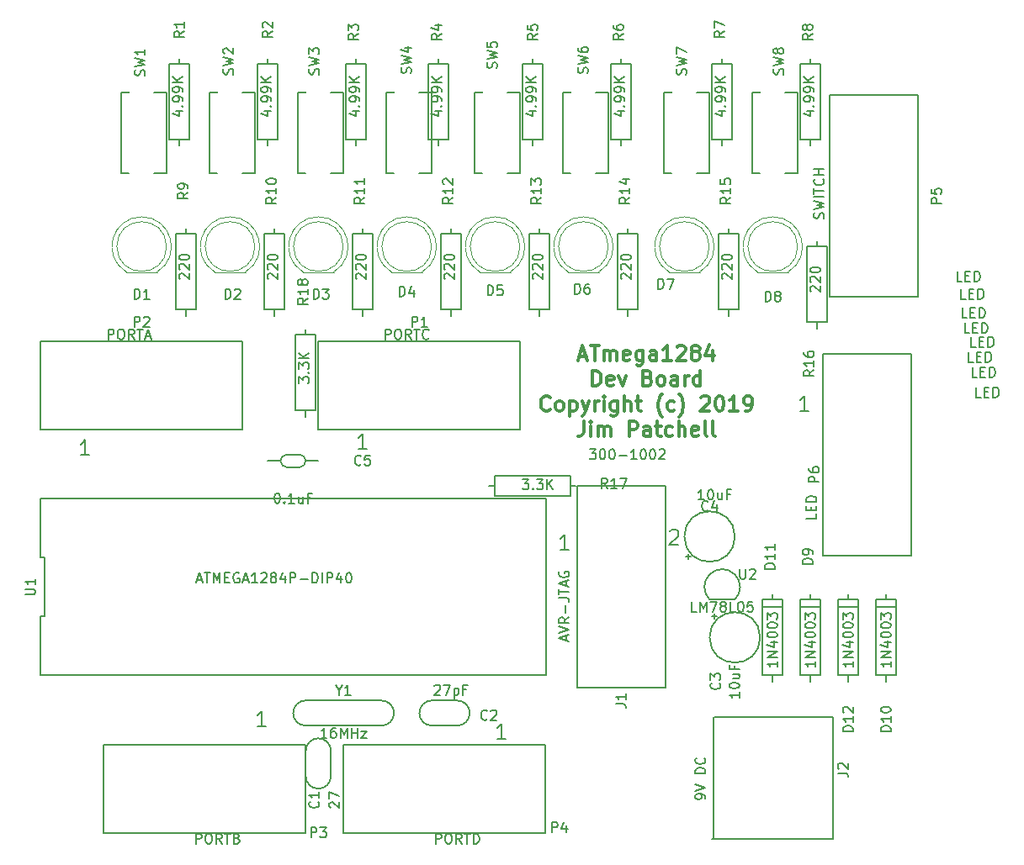
<source format=gbr>
G04 #@! TF.GenerationSoftware,KiCad,Pcbnew,(5.1.2)-2*
G04 #@! TF.CreationDate,2019-07-21T19:38:03-07:00*
G04 #@! TF.ProjectId,300-1002,3330302d-3130-4303-922e-6b696361645f,rev?*
G04 #@! TF.SameCoordinates,Original*
G04 #@! TF.FileFunction,Legend,Top*
G04 #@! TF.FilePolarity,Positive*
%FSLAX46Y46*%
G04 Gerber Fmt 4.6, Leading zero omitted, Abs format (unit mm)*
G04 Created by KiCad (PCBNEW (5.1.2)-2) date 2019-07-21 19:38:03*
%MOMM*%
%LPD*%
G04 APERTURE LIST*
%ADD10C,0.150000*%
%ADD11C,0.300000*%
%ADD12C,0.120000*%
G04 APERTURE END LIST*
D10*
X111560428Y-114354428D02*
X110689571Y-114354428D01*
X111125000Y-114354428D02*
X111125000Y-112830428D01*
X110979857Y-113048142D01*
X110834714Y-113193285D01*
X110689571Y-113265857D01*
X135690428Y-115624428D02*
X134819571Y-115624428D01*
X135255000Y-115624428D02*
X135255000Y-114100428D01*
X135109857Y-114318142D01*
X134964714Y-114463285D01*
X134819571Y-114535857D01*
X121720428Y-86414428D02*
X120849571Y-86414428D01*
X121285000Y-86414428D02*
X121285000Y-84890428D01*
X121139857Y-85108142D01*
X120994714Y-85253285D01*
X120849571Y-85325857D01*
X93780428Y-87049428D02*
X92909571Y-87049428D01*
X93345000Y-87049428D02*
X93345000Y-85525428D01*
X93199857Y-85743142D01*
X93054714Y-85888285D01*
X92909571Y-85960857D01*
X166170428Y-82604428D02*
X165299571Y-82604428D01*
X165735000Y-82604428D02*
X165735000Y-81080428D01*
X165589857Y-81298142D01*
X165444714Y-81443285D01*
X165299571Y-81515857D01*
X152218571Y-94687571D02*
X152291142Y-94615000D01*
X152436285Y-94542428D01*
X152799142Y-94542428D01*
X152944285Y-94615000D01*
X153016857Y-94687571D01*
X153089428Y-94832714D01*
X153089428Y-94977857D01*
X153016857Y-95195571D01*
X152146000Y-96066428D01*
X153089428Y-96066428D01*
X142040428Y-96574428D02*
X141169571Y-96574428D01*
X141605000Y-96574428D02*
X141605000Y-95050428D01*
X141459857Y-95268142D01*
X141314714Y-95413285D01*
X141169571Y-95485857D01*
X144145476Y-86447380D02*
X144764523Y-86447380D01*
X144431190Y-86828333D01*
X144574047Y-86828333D01*
X144669285Y-86875952D01*
X144716904Y-86923571D01*
X144764523Y-87018809D01*
X144764523Y-87256904D01*
X144716904Y-87352142D01*
X144669285Y-87399761D01*
X144574047Y-87447380D01*
X144288333Y-87447380D01*
X144193095Y-87399761D01*
X144145476Y-87352142D01*
X145383571Y-86447380D02*
X145478809Y-86447380D01*
X145574047Y-86495000D01*
X145621666Y-86542619D01*
X145669285Y-86637857D01*
X145716904Y-86828333D01*
X145716904Y-87066428D01*
X145669285Y-87256904D01*
X145621666Y-87352142D01*
X145574047Y-87399761D01*
X145478809Y-87447380D01*
X145383571Y-87447380D01*
X145288333Y-87399761D01*
X145240714Y-87352142D01*
X145193095Y-87256904D01*
X145145476Y-87066428D01*
X145145476Y-86828333D01*
X145193095Y-86637857D01*
X145240714Y-86542619D01*
X145288333Y-86495000D01*
X145383571Y-86447380D01*
X146335952Y-86447380D02*
X146431190Y-86447380D01*
X146526428Y-86495000D01*
X146574047Y-86542619D01*
X146621666Y-86637857D01*
X146669285Y-86828333D01*
X146669285Y-87066428D01*
X146621666Y-87256904D01*
X146574047Y-87352142D01*
X146526428Y-87399761D01*
X146431190Y-87447380D01*
X146335952Y-87447380D01*
X146240714Y-87399761D01*
X146193095Y-87352142D01*
X146145476Y-87256904D01*
X146097857Y-87066428D01*
X146097857Y-86828333D01*
X146145476Y-86637857D01*
X146193095Y-86542619D01*
X146240714Y-86495000D01*
X146335952Y-86447380D01*
X147097857Y-87066428D02*
X147859761Y-87066428D01*
X148859761Y-87447380D02*
X148288333Y-87447380D01*
X148574047Y-87447380D02*
X148574047Y-86447380D01*
X148478809Y-86590238D01*
X148383571Y-86685476D01*
X148288333Y-86733095D01*
X149478809Y-86447380D02*
X149574047Y-86447380D01*
X149669285Y-86495000D01*
X149716904Y-86542619D01*
X149764523Y-86637857D01*
X149812142Y-86828333D01*
X149812142Y-87066428D01*
X149764523Y-87256904D01*
X149716904Y-87352142D01*
X149669285Y-87399761D01*
X149574047Y-87447380D01*
X149478809Y-87447380D01*
X149383571Y-87399761D01*
X149335952Y-87352142D01*
X149288333Y-87256904D01*
X149240714Y-87066428D01*
X149240714Y-86828333D01*
X149288333Y-86637857D01*
X149335952Y-86542619D01*
X149383571Y-86495000D01*
X149478809Y-86447380D01*
X150431190Y-86447380D02*
X150526428Y-86447380D01*
X150621666Y-86495000D01*
X150669285Y-86542619D01*
X150716904Y-86637857D01*
X150764523Y-86828333D01*
X150764523Y-87066428D01*
X150716904Y-87256904D01*
X150669285Y-87352142D01*
X150621666Y-87399761D01*
X150526428Y-87447380D01*
X150431190Y-87447380D01*
X150335952Y-87399761D01*
X150288333Y-87352142D01*
X150240714Y-87256904D01*
X150193095Y-87066428D01*
X150193095Y-86828333D01*
X150240714Y-86637857D01*
X150288333Y-86542619D01*
X150335952Y-86495000D01*
X150431190Y-86447380D01*
X151145476Y-86542619D02*
X151193095Y-86495000D01*
X151288333Y-86447380D01*
X151526428Y-86447380D01*
X151621666Y-86495000D01*
X151669285Y-86542619D01*
X151716904Y-86637857D01*
X151716904Y-86733095D01*
X151669285Y-86875952D01*
X151097857Y-87447380D01*
X151716904Y-87447380D01*
D11*
X143074285Y-77070000D02*
X143788571Y-77070000D01*
X142931428Y-77498571D02*
X143431428Y-75998571D01*
X143931428Y-77498571D01*
X144217142Y-75998571D02*
X145074285Y-75998571D01*
X144645714Y-77498571D02*
X144645714Y-75998571D01*
X145574285Y-77498571D02*
X145574285Y-76498571D01*
X145574285Y-76641428D02*
X145645714Y-76570000D01*
X145788571Y-76498571D01*
X146002857Y-76498571D01*
X146145714Y-76570000D01*
X146217142Y-76712857D01*
X146217142Y-77498571D01*
X146217142Y-76712857D02*
X146288571Y-76570000D01*
X146431428Y-76498571D01*
X146645714Y-76498571D01*
X146788571Y-76570000D01*
X146860000Y-76712857D01*
X146860000Y-77498571D01*
X148145714Y-77427142D02*
X148002857Y-77498571D01*
X147717142Y-77498571D01*
X147574285Y-77427142D01*
X147502857Y-77284285D01*
X147502857Y-76712857D01*
X147574285Y-76570000D01*
X147717142Y-76498571D01*
X148002857Y-76498571D01*
X148145714Y-76570000D01*
X148217142Y-76712857D01*
X148217142Y-76855714D01*
X147502857Y-76998571D01*
X149502857Y-76498571D02*
X149502857Y-77712857D01*
X149431428Y-77855714D01*
X149360000Y-77927142D01*
X149217142Y-77998571D01*
X149002857Y-77998571D01*
X148860000Y-77927142D01*
X149502857Y-77427142D02*
X149360000Y-77498571D01*
X149074285Y-77498571D01*
X148931428Y-77427142D01*
X148860000Y-77355714D01*
X148788571Y-77212857D01*
X148788571Y-76784285D01*
X148860000Y-76641428D01*
X148931428Y-76570000D01*
X149074285Y-76498571D01*
X149360000Y-76498571D01*
X149502857Y-76570000D01*
X150860000Y-77498571D02*
X150860000Y-76712857D01*
X150788571Y-76570000D01*
X150645714Y-76498571D01*
X150360000Y-76498571D01*
X150217142Y-76570000D01*
X150860000Y-77427142D02*
X150717142Y-77498571D01*
X150360000Y-77498571D01*
X150217142Y-77427142D01*
X150145714Y-77284285D01*
X150145714Y-77141428D01*
X150217142Y-76998571D01*
X150360000Y-76927142D01*
X150717142Y-76927142D01*
X150860000Y-76855714D01*
X152360000Y-77498571D02*
X151502857Y-77498571D01*
X151931428Y-77498571D02*
X151931428Y-75998571D01*
X151788571Y-76212857D01*
X151645714Y-76355714D01*
X151502857Y-76427142D01*
X152931428Y-76141428D02*
X153002857Y-76070000D01*
X153145714Y-75998571D01*
X153502857Y-75998571D01*
X153645714Y-76070000D01*
X153717142Y-76141428D01*
X153788571Y-76284285D01*
X153788571Y-76427142D01*
X153717142Y-76641428D01*
X152860000Y-77498571D01*
X153788571Y-77498571D01*
X154645714Y-76641428D02*
X154502857Y-76570000D01*
X154431428Y-76498571D01*
X154360000Y-76355714D01*
X154360000Y-76284285D01*
X154431428Y-76141428D01*
X154502857Y-76070000D01*
X154645714Y-75998571D01*
X154931428Y-75998571D01*
X155074285Y-76070000D01*
X155145714Y-76141428D01*
X155217142Y-76284285D01*
X155217142Y-76355714D01*
X155145714Y-76498571D01*
X155074285Y-76570000D01*
X154931428Y-76641428D01*
X154645714Y-76641428D01*
X154502857Y-76712857D01*
X154431428Y-76784285D01*
X154360000Y-76927142D01*
X154360000Y-77212857D01*
X154431428Y-77355714D01*
X154502857Y-77427142D01*
X154645714Y-77498571D01*
X154931428Y-77498571D01*
X155074285Y-77427142D01*
X155145714Y-77355714D01*
X155217142Y-77212857D01*
X155217142Y-76927142D01*
X155145714Y-76784285D01*
X155074285Y-76712857D01*
X154931428Y-76641428D01*
X156502857Y-76498571D02*
X156502857Y-77498571D01*
X156145714Y-75927142D02*
X155788571Y-76998571D01*
X156717142Y-76998571D01*
X144431428Y-80048571D02*
X144431428Y-78548571D01*
X144788571Y-78548571D01*
X145002857Y-78620000D01*
X145145714Y-78762857D01*
X145217142Y-78905714D01*
X145288571Y-79191428D01*
X145288571Y-79405714D01*
X145217142Y-79691428D01*
X145145714Y-79834285D01*
X145002857Y-79977142D01*
X144788571Y-80048571D01*
X144431428Y-80048571D01*
X146502857Y-79977142D02*
X146360000Y-80048571D01*
X146074285Y-80048571D01*
X145931428Y-79977142D01*
X145860000Y-79834285D01*
X145860000Y-79262857D01*
X145931428Y-79120000D01*
X146074285Y-79048571D01*
X146360000Y-79048571D01*
X146502857Y-79120000D01*
X146574285Y-79262857D01*
X146574285Y-79405714D01*
X145860000Y-79548571D01*
X147074285Y-79048571D02*
X147431428Y-80048571D01*
X147788571Y-79048571D01*
X150002857Y-79262857D02*
X150217142Y-79334285D01*
X150288571Y-79405714D01*
X150360000Y-79548571D01*
X150360000Y-79762857D01*
X150288571Y-79905714D01*
X150217142Y-79977142D01*
X150074285Y-80048571D01*
X149502857Y-80048571D01*
X149502857Y-78548571D01*
X150002857Y-78548571D01*
X150145714Y-78620000D01*
X150217142Y-78691428D01*
X150288571Y-78834285D01*
X150288571Y-78977142D01*
X150217142Y-79120000D01*
X150145714Y-79191428D01*
X150002857Y-79262857D01*
X149502857Y-79262857D01*
X151217142Y-80048571D02*
X151074285Y-79977142D01*
X151002857Y-79905714D01*
X150931428Y-79762857D01*
X150931428Y-79334285D01*
X151002857Y-79191428D01*
X151074285Y-79120000D01*
X151217142Y-79048571D01*
X151431428Y-79048571D01*
X151574285Y-79120000D01*
X151645714Y-79191428D01*
X151717142Y-79334285D01*
X151717142Y-79762857D01*
X151645714Y-79905714D01*
X151574285Y-79977142D01*
X151431428Y-80048571D01*
X151217142Y-80048571D01*
X153002857Y-80048571D02*
X153002857Y-79262857D01*
X152931428Y-79120000D01*
X152788571Y-79048571D01*
X152502857Y-79048571D01*
X152360000Y-79120000D01*
X153002857Y-79977142D02*
X152860000Y-80048571D01*
X152502857Y-80048571D01*
X152360000Y-79977142D01*
X152288571Y-79834285D01*
X152288571Y-79691428D01*
X152360000Y-79548571D01*
X152502857Y-79477142D01*
X152860000Y-79477142D01*
X153002857Y-79405714D01*
X153717142Y-80048571D02*
X153717142Y-79048571D01*
X153717142Y-79334285D02*
X153788571Y-79191428D01*
X153860000Y-79120000D01*
X154002857Y-79048571D01*
X154145714Y-79048571D01*
X155288571Y-80048571D02*
X155288571Y-78548571D01*
X155288571Y-79977142D02*
X155145714Y-80048571D01*
X154860000Y-80048571D01*
X154717142Y-79977142D01*
X154645714Y-79905714D01*
X154574285Y-79762857D01*
X154574285Y-79334285D01*
X154645714Y-79191428D01*
X154717142Y-79120000D01*
X154860000Y-79048571D01*
X155145714Y-79048571D01*
X155288571Y-79120000D01*
X140145714Y-82455714D02*
X140074285Y-82527142D01*
X139860000Y-82598571D01*
X139717142Y-82598571D01*
X139502857Y-82527142D01*
X139360000Y-82384285D01*
X139288571Y-82241428D01*
X139217142Y-81955714D01*
X139217142Y-81741428D01*
X139288571Y-81455714D01*
X139360000Y-81312857D01*
X139502857Y-81170000D01*
X139717142Y-81098571D01*
X139860000Y-81098571D01*
X140074285Y-81170000D01*
X140145714Y-81241428D01*
X141002857Y-82598571D02*
X140860000Y-82527142D01*
X140788571Y-82455714D01*
X140717142Y-82312857D01*
X140717142Y-81884285D01*
X140788571Y-81741428D01*
X140860000Y-81670000D01*
X141002857Y-81598571D01*
X141217142Y-81598571D01*
X141360000Y-81670000D01*
X141431428Y-81741428D01*
X141502857Y-81884285D01*
X141502857Y-82312857D01*
X141431428Y-82455714D01*
X141360000Y-82527142D01*
X141217142Y-82598571D01*
X141002857Y-82598571D01*
X142145714Y-81598571D02*
X142145714Y-83098571D01*
X142145714Y-81670000D02*
X142288571Y-81598571D01*
X142574285Y-81598571D01*
X142717142Y-81670000D01*
X142788571Y-81741428D01*
X142860000Y-81884285D01*
X142860000Y-82312857D01*
X142788571Y-82455714D01*
X142717142Y-82527142D01*
X142574285Y-82598571D01*
X142288571Y-82598571D01*
X142145714Y-82527142D01*
X143360000Y-81598571D02*
X143717142Y-82598571D01*
X144074285Y-81598571D02*
X143717142Y-82598571D01*
X143574285Y-82955714D01*
X143502857Y-83027142D01*
X143360000Y-83098571D01*
X144645714Y-82598571D02*
X144645714Y-81598571D01*
X144645714Y-81884285D02*
X144717142Y-81741428D01*
X144788571Y-81670000D01*
X144931428Y-81598571D01*
X145074285Y-81598571D01*
X145574285Y-82598571D02*
X145574285Y-81598571D01*
X145574285Y-81098571D02*
X145502857Y-81170000D01*
X145574285Y-81241428D01*
X145645714Y-81170000D01*
X145574285Y-81098571D01*
X145574285Y-81241428D01*
X146931428Y-81598571D02*
X146931428Y-82812857D01*
X146860000Y-82955714D01*
X146788571Y-83027142D01*
X146645714Y-83098571D01*
X146431428Y-83098571D01*
X146288571Y-83027142D01*
X146931428Y-82527142D02*
X146788571Y-82598571D01*
X146502857Y-82598571D01*
X146360000Y-82527142D01*
X146288571Y-82455714D01*
X146217142Y-82312857D01*
X146217142Y-81884285D01*
X146288571Y-81741428D01*
X146360000Y-81670000D01*
X146502857Y-81598571D01*
X146788571Y-81598571D01*
X146931428Y-81670000D01*
X147645714Y-82598571D02*
X147645714Y-81098571D01*
X148288571Y-82598571D02*
X148288571Y-81812857D01*
X148217142Y-81670000D01*
X148074285Y-81598571D01*
X147860000Y-81598571D01*
X147717142Y-81670000D01*
X147645714Y-81741428D01*
X148788571Y-81598571D02*
X149360000Y-81598571D01*
X149002857Y-81098571D02*
X149002857Y-82384285D01*
X149074285Y-82527142D01*
X149217142Y-82598571D01*
X149360000Y-82598571D01*
X151431428Y-83170000D02*
X151360000Y-83098571D01*
X151217142Y-82884285D01*
X151145714Y-82741428D01*
X151074285Y-82527142D01*
X151002857Y-82170000D01*
X151002857Y-81884285D01*
X151074285Y-81527142D01*
X151145714Y-81312857D01*
X151217142Y-81170000D01*
X151360000Y-80955714D01*
X151431428Y-80884285D01*
X152645714Y-82527142D02*
X152502857Y-82598571D01*
X152217142Y-82598571D01*
X152074285Y-82527142D01*
X152002857Y-82455714D01*
X151931428Y-82312857D01*
X151931428Y-81884285D01*
X152002857Y-81741428D01*
X152074285Y-81670000D01*
X152217142Y-81598571D01*
X152502857Y-81598571D01*
X152645714Y-81670000D01*
X153145714Y-83170000D02*
X153217142Y-83098571D01*
X153360000Y-82884285D01*
X153431428Y-82741428D01*
X153502857Y-82527142D01*
X153574285Y-82170000D01*
X153574285Y-81884285D01*
X153502857Y-81527142D01*
X153431428Y-81312857D01*
X153360000Y-81170000D01*
X153217142Y-80955714D01*
X153145714Y-80884285D01*
X155360000Y-81241428D02*
X155431428Y-81170000D01*
X155574285Y-81098571D01*
X155931428Y-81098571D01*
X156074285Y-81170000D01*
X156145714Y-81241428D01*
X156217142Y-81384285D01*
X156217142Y-81527142D01*
X156145714Y-81741428D01*
X155288571Y-82598571D01*
X156217142Y-82598571D01*
X157145714Y-81098571D02*
X157288571Y-81098571D01*
X157431428Y-81170000D01*
X157502857Y-81241428D01*
X157574285Y-81384285D01*
X157645714Y-81670000D01*
X157645714Y-82027142D01*
X157574285Y-82312857D01*
X157502857Y-82455714D01*
X157431428Y-82527142D01*
X157288571Y-82598571D01*
X157145714Y-82598571D01*
X157002857Y-82527142D01*
X156931428Y-82455714D01*
X156860000Y-82312857D01*
X156788571Y-82027142D01*
X156788571Y-81670000D01*
X156860000Y-81384285D01*
X156931428Y-81241428D01*
X157002857Y-81170000D01*
X157145714Y-81098571D01*
X159074285Y-82598571D02*
X158217142Y-82598571D01*
X158645714Y-82598571D02*
X158645714Y-81098571D01*
X158502857Y-81312857D01*
X158360000Y-81455714D01*
X158217142Y-81527142D01*
X159788571Y-82598571D02*
X160074285Y-82598571D01*
X160217142Y-82527142D01*
X160288571Y-82455714D01*
X160431428Y-82241428D01*
X160502857Y-81955714D01*
X160502857Y-81384285D01*
X160431428Y-81241428D01*
X160360000Y-81170000D01*
X160217142Y-81098571D01*
X159931428Y-81098571D01*
X159788571Y-81170000D01*
X159717142Y-81241428D01*
X159645714Y-81384285D01*
X159645714Y-81741428D01*
X159717142Y-81884285D01*
X159788571Y-81955714D01*
X159931428Y-82027142D01*
X160217142Y-82027142D01*
X160360000Y-81955714D01*
X160431428Y-81884285D01*
X160502857Y-81741428D01*
X143538571Y-83648571D02*
X143538571Y-84720000D01*
X143467142Y-84934285D01*
X143324285Y-85077142D01*
X143110000Y-85148571D01*
X142967142Y-85148571D01*
X144252857Y-85148571D02*
X144252857Y-84148571D01*
X144252857Y-83648571D02*
X144181428Y-83720000D01*
X144252857Y-83791428D01*
X144324285Y-83720000D01*
X144252857Y-83648571D01*
X144252857Y-83791428D01*
X144967142Y-85148571D02*
X144967142Y-84148571D01*
X144967142Y-84291428D02*
X145038571Y-84220000D01*
X145181428Y-84148571D01*
X145395714Y-84148571D01*
X145538571Y-84220000D01*
X145610000Y-84362857D01*
X145610000Y-85148571D01*
X145610000Y-84362857D02*
X145681428Y-84220000D01*
X145824285Y-84148571D01*
X146038571Y-84148571D01*
X146181428Y-84220000D01*
X146252857Y-84362857D01*
X146252857Y-85148571D01*
X148110000Y-85148571D02*
X148110000Y-83648571D01*
X148681428Y-83648571D01*
X148824285Y-83720000D01*
X148895714Y-83791428D01*
X148967142Y-83934285D01*
X148967142Y-84148571D01*
X148895714Y-84291428D01*
X148824285Y-84362857D01*
X148681428Y-84434285D01*
X148110000Y-84434285D01*
X150252857Y-85148571D02*
X150252857Y-84362857D01*
X150181428Y-84220000D01*
X150038571Y-84148571D01*
X149752857Y-84148571D01*
X149610000Y-84220000D01*
X150252857Y-85077142D02*
X150110000Y-85148571D01*
X149752857Y-85148571D01*
X149610000Y-85077142D01*
X149538571Y-84934285D01*
X149538571Y-84791428D01*
X149610000Y-84648571D01*
X149752857Y-84577142D01*
X150110000Y-84577142D01*
X150252857Y-84505714D01*
X150752857Y-84148571D02*
X151324285Y-84148571D01*
X150967142Y-83648571D02*
X150967142Y-84934285D01*
X151038571Y-85077142D01*
X151181428Y-85148571D01*
X151324285Y-85148571D01*
X152467142Y-85077142D02*
X152324285Y-85148571D01*
X152038571Y-85148571D01*
X151895714Y-85077142D01*
X151824285Y-85005714D01*
X151752857Y-84862857D01*
X151752857Y-84434285D01*
X151824285Y-84291428D01*
X151895714Y-84220000D01*
X152038571Y-84148571D01*
X152324285Y-84148571D01*
X152467142Y-84220000D01*
X153110000Y-85148571D02*
X153110000Y-83648571D01*
X153752857Y-85148571D02*
X153752857Y-84362857D01*
X153681428Y-84220000D01*
X153538571Y-84148571D01*
X153324285Y-84148571D01*
X153181428Y-84220000D01*
X153110000Y-84291428D01*
X155038571Y-85077142D02*
X154895714Y-85148571D01*
X154610000Y-85148571D01*
X154467142Y-85077142D01*
X154395714Y-84934285D01*
X154395714Y-84362857D01*
X154467142Y-84220000D01*
X154610000Y-84148571D01*
X154895714Y-84148571D01*
X155038571Y-84220000D01*
X155110000Y-84362857D01*
X155110000Y-84505714D01*
X154395714Y-84648571D01*
X155967142Y-85148571D02*
X155824285Y-85077142D01*
X155752857Y-84934285D01*
X155752857Y-83648571D01*
X156752857Y-85148571D02*
X156610000Y-85077142D01*
X156538571Y-84934285D01*
X156538571Y-83648571D01*
D10*
X116586000Y-82550000D02*
X116586000Y-74930000D01*
X114554000Y-74930000D02*
X114554000Y-82550000D01*
X115570000Y-83185000D02*
X115570000Y-82550000D01*
X115570000Y-74930000D02*
X115570000Y-74422000D01*
X116586000Y-82550000D02*
X114554000Y-82550000D01*
X116586000Y-74930000D02*
X114554000Y-74930000D01*
X134620000Y-91186000D02*
X142240000Y-91186000D01*
X142240000Y-89154000D02*
X134620000Y-89154000D01*
X133985000Y-90170000D02*
X134620000Y-90170000D01*
X142240000Y-90170000D02*
X142748000Y-90170000D01*
X134620000Y-91186000D02*
X134620000Y-89154000D01*
X142240000Y-91186000D02*
X142240000Y-89154000D01*
X156591000Y-113538000D02*
X156591000Y-125730000D01*
X156718000Y-113411000D02*
X156591000Y-113538000D01*
X156972000Y-113411000D02*
X156718000Y-113411000D01*
X168656000Y-113411000D02*
X156972000Y-113411000D01*
X168656000Y-113919000D02*
X168656000Y-113411000D01*
X168656000Y-125730000D02*
X168656000Y-113919000D01*
X156464000Y-125730000D02*
X168656000Y-125730000D01*
X115570000Y-119380000D02*
G75*
G03X116840000Y-120650000I1270000J0D01*
G01*
X116840000Y-120650000D02*
G75*
G03X118110000Y-119380000I0J1270000D01*
G01*
X118110000Y-116840000D02*
G75*
G03X116840000Y-115570000I-1270000J0D01*
G01*
X116840000Y-115570000D02*
G75*
G03X115570000Y-116840000I0J-1270000D01*
G01*
X115570000Y-119380000D02*
X115570000Y-116840000D01*
X118110000Y-116840000D02*
X118110000Y-119380000D01*
X128270000Y-111760000D02*
X130810000Y-111760000D01*
X130810000Y-114300000D02*
X128270000Y-114300000D01*
X127000000Y-113030000D02*
G75*
G03X128270000Y-114300000I1270000J0D01*
G01*
X128270000Y-111760000D02*
G75*
G03X127000000Y-113030000I0J-1270000D01*
G01*
X132080000Y-113030000D02*
G75*
G03X130810000Y-111760000I-1270000J0D01*
G01*
X130810000Y-114300000D02*
G75*
G03X132080000Y-113030000I0J1270000D01*
G01*
X161290000Y-105410000D02*
G75*
G03X161290000Y-105410000I-2540000J0D01*
G01*
X156464000Y-103251000D02*
X156972000Y-103251000D01*
X156718000Y-102997000D02*
X156718000Y-103505000D01*
X153797000Y-97282000D02*
X154305000Y-97282000D01*
X154051000Y-97536000D02*
X154051000Y-97028000D01*
X158750000Y-95250000D02*
G75*
G03X158750000Y-95250000I-2540000J0D01*
G01*
X114935000Y-88265000D02*
G75*
G03X115570000Y-87630000I0J635000D01*
G01*
X115570000Y-87630000D02*
G75*
G03X114935000Y-86995000I-635000J0D01*
G01*
X113030000Y-87630000D02*
G75*
G03X113665000Y-88265000I635000J0D01*
G01*
X113665000Y-86995000D02*
G75*
G03X113030000Y-87630000I0J-635000D01*
G01*
X113665000Y-88265000D02*
X114935000Y-88265000D01*
X113665000Y-86995000D02*
X114935000Y-86995000D01*
X116840000Y-87630000D02*
X115570000Y-87630000D01*
X111760000Y-87630000D02*
X113030000Y-87630000D01*
D12*
X99060462Y-63050000D02*
G75*
G03X97515170Y-68600000I-462J-2990000D01*
G01*
X99059538Y-63050000D02*
G75*
G02X100604830Y-68600000I462J-2990000D01*
G01*
X101560000Y-66040000D02*
G75*
G03X101560000Y-66040000I-2500000J0D01*
G01*
X97515000Y-68600000D02*
X100605000Y-68600000D01*
X106405000Y-68600000D02*
X109495000Y-68600000D01*
X110450000Y-66040000D02*
G75*
G03X110450000Y-66040000I-2500000J0D01*
G01*
X107949538Y-63050000D02*
G75*
G02X109494830Y-68600000I462J-2990000D01*
G01*
X107950462Y-63050000D02*
G75*
G03X106405170Y-68600000I-462J-2990000D01*
G01*
X116840462Y-63050000D02*
G75*
G03X115295170Y-68600000I-462J-2990000D01*
G01*
X116839538Y-63050000D02*
G75*
G02X118384830Y-68600000I462J-2990000D01*
G01*
X119340000Y-66040000D02*
G75*
G03X119340000Y-66040000I-2500000J0D01*
G01*
X115295000Y-68600000D02*
X118385000Y-68600000D01*
X124185000Y-68600000D02*
X127275000Y-68600000D01*
X128230000Y-66040000D02*
G75*
G03X128230000Y-66040000I-2500000J0D01*
G01*
X125729538Y-63050000D02*
G75*
G02X127274830Y-68600000I462J-2990000D01*
G01*
X125730462Y-63050000D02*
G75*
G03X124185170Y-68600000I-462J-2990000D01*
G01*
X134620462Y-63050000D02*
G75*
G03X133075170Y-68600000I-462J-2990000D01*
G01*
X134619538Y-63050000D02*
G75*
G02X136164830Y-68600000I462J-2990000D01*
G01*
X137120000Y-66040000D02*
G75*
G03X137120000Y-66040000I-2500000J0D01*
G01*
X133075000Y-68600000D02*
X136165000Y-68600000D01*
X143510462Y-63050000D02*
G75*
G03X141965170Y-68600000I-462J-2990000D01*
G01*
X143509538Y-63050000D02*
G75*
G02X145054830Y-68600000I462J-2990000D01*
G01*
X146010000Y-66040000D02*
G75*
G03X146010000Y-66040000I-2500000J0D01*
G01*
X141965000Y-68600000D02*
X145055000Y-68600000D01*
X152125000Y-68600000D02*
X155215000Y-68600000D01*
X156170000Y-66040000D02*
G75*
G03X156170000Y-66040000I-2500000J0D01*
G01*
X153669538Y-63050000D02*
G75*
G02X155214830Y-68600000I462J-2990000D01*
G01*
X153670462Y-63050000D02*
G75*
G03X152125170Y-68600000I-462J-2990000D01*
G01*
X161015000Y-68600000D02*
X164105000Y-68600000D01*
X165060000Y-66040000D02*
G75*
G03X165060000Y-66040000I-2500000J0D01*
G01*
X162559538Y-63050000D02*
G75*
G02X164104830Y-68600000I462J-2990000D01*
G01*
X162560462Y-63050000D02*
G75*
G03X161015170Y-68600000I-462J-2990000D01*
G01*
D10*
X151765000Y-90170000D02*
X149860000Y-90170000D01*
X151765000Y-110490000D02*
X151765000Y-90170000D01*
X149860000Y-110490000D02*
X151765000Y-110490000D01*
X142875000Y-90170000D02*
X144780000Y-90170000D01*
X142875000Y-110490000D02*
X142875000Y-90170000D01*
X144780000Y-110490000D02*
X142875000Y-110490000D01*
X149860000Y-110490000D02*
X144780000Y-110490000D01*
X144780000Y-90170000D02*
X149860000Y-90170000D01*
X116840000Y-82550000D02*
X116840000Y-77470000D01*
X137160000Y-77470000D02*
X137160000Y-82550000D01*
X137160000Y-82550000D02*
X137160000Y-84455000D01*
X137160000Y-84455000D02*
X116840000Y-84455000D01*
X116840000Y-84455000D02*
X116840000Y-82550000D01*
X137160000Y-77470000D02*
X137160000Y-75565000D01*
X137160000Y-75565000D02*
X116840000Y-75565000D01*
X116840000Y-75565000D02*
X116840000Y-77470000D01*
X88900000Y-82550000D02*
X88900000Y-77470000D01*
X109220000Y-77470000D02*
X109220000Y-82550000D01*
X109220000Y-82550000D02*
X109220000Y-84455000D01*
X109220000Y-84455000D02*
X88900000Y-84455000D01*
X88900000Y-84455000D02*
X88900000Y-82550000D01*
X109220000Y-77470000D02*
X109220000Y-75565000D01*
X109220000Y-75565000D02*
X88900000Y-75565000D01*
X88900000Y-75565000D02*
X88900000Y-77470000D01*
X115570000Y-118110000D02*
X115570000Y-123190000D01*
X95250000Y-123190000D02*
X95250000Y-118110000D01*
X95250000Y-118110000D02*
X95250000Y-116205000D01*
X95250000Y-116205000D02*
X115570000Y-116205000D01*
X115570000Y-116205000D02*
X115570000Y-118110000D01*
X95250000Y-123190000D02*
X95250000Y-125095000D01*
X95250000Y-125095000D02*
X115570000Y-125095000D01*
X115570000Y-125095000D02*
X115570000Y-123190000D01*
X139700000Y-125095000D02*
X139700000Y-123190000D01*
X119380000Y-125095000D02*
X139700000Y-125095000D01*
X119380000Y-123190000D02*
X119380000Y-125095000D01*
X139700000Y-116205000D02*
X139700000Y-118110000D01*
X119380000Y-116205000D02*
X139700000Y-116205000D01*
X119380000Y-118110000D02*
X119380000Y-116205000D01*
X119380000Y-123190000D02*
X119380000Y-118110000D01*
X139700000Y-118110000D02*
X139700000Y-123190000D01*
X177165000Y-50800000D02*
X175260000Y-50800000D01*
X177165000Y-71120000D02*
X177165000Y-50800000D01*
X175260000Y-71120000D02*
X177165000Y-71120000D01*
X168275000Y-50800000D02*
X170180000Y-50800000D01*
X168275000Y-71120000D02*
X168275000Y-50800000D01*
X170180000Y-71120000D02*
X168275000Y-71120000D01*
X175260000Y-71120000D02*
X170180000Y-71120000D01*
X170180000Y-50800000D02*
X175260000Y-50800000D01*
X176530000Y-76835000D02*
X174625000Y-76835000D01*
X176530000Y-97155000D02*
X176530000Y-76835000D01*
X174625000Y-97155000D02*
X176530000Y-97155000D01*
X167640000Y-76835000D02*
X169545000Y-76835000D01*
X167640000Y-97155000D02*
X167640000Y-76835000D01*
X169545000Y-97155000D02*
X167640000Y-97155000D01*
X174625000Y-97155000D02*
X169545000Y-97155000D01*
X169545000Y-76835000D02*
X174625000Y-76835000D01*
X103886000Y-55245000D02*
X103886000Y-47625000D01*
X101854000Y-47625000D02*
X101854000Y-55245000D01*
X102870000Y-55880000D02*
X102870000Y-55245000D01*
X102870000Y-47625000D02*
X102870000Y-47117000D01*
X103886000Y-55245000D02*
X101854000Y-55245000D01*
X103886000Y-47625000D02*
X101854000Y-47625000D01*
X112776000Y-47625000D02*
X110744000Y-47625000D01*
X112776000Y-55245000D02*
X110744000Y-55245000D01*
X111760000Y-47625000D02*
X111760000Y-47117000D01*
X111760000Y-55880000D02*
X111760000Y-55245000D01*
X110744000Y-47625000D02*
X110744000Y-55245000D01*
X112776000Y-55245000D02*
X112776000Y-47625000D01*
X121666000Y-55245000D02*
X121666000Y-47625000D01*
X119634000Y-47625000D02*
X119634000Y-55245000D01*
X120650000Y-55880000D02*
X120650000Y-55245000D01*
X120650000Y-47625000D02*
X120650000Y-47117000D01*
X121666000Y-55245000D02*
X119634000Y-55245000D01*
X121666000Y-47625000D02*
X119634000Y-47625000D01*
X129921000Y-47625000D02*
X127889000Y-47625000D01*
X129921000Y-55245000D02*
X127889000Y-55245000D01*
X128905000Y-47625000D02*
X128905000Y-47117000D01*
X128905000Y-55880000D02*
X128905000Y-55245000D01*
X127889000Y-47625000D02*
X127889000Y-55245000D01*
X129921000Y-55245000D02*
X129921000Y-47625000D01*
X139446000Y-55245000D02*
X139446000Y-47625000D01*
X137414000Y-47625000D02*
X137414000Y-55245000D01*
X138430000Y-55880000D02*
X138430000Y-55245000D01*
X138430000Y-47625000D02*
X138430000Y-47117000D01*
X139446000Y-55245000D02*
X137414000Y-55245000D01*
X139446000Y-47625000D02*
X137414000Y-47625000D01*
X148336000Y-47625000D02*
X146304000Y-47625000D01*
X148336000Y-55245000D02*
X146304000Y-55245000D01*
X147320000Y-47625000D02*
X147320000Y-47117000D01*
X147320000Y-55880000D02*
X147320000Y-55245000D01*
X146304000Y-47625000D02*
X146304000Y-55245000D01*
X148336000Y-55245000D02*
X148336000Y-47625000D01*
X158496000Y-55245000D02*
X158496000Y-47625000D01*
X156464000Y-47625000D02*
X156464000Y-55245000D01*
X157480000Y-55880000D02*
X157480000Y-55245000D01*
X157480000Y-47625000D02*
X157480000Y-47117000D01*
X158496000Y-55245000D02*
X156464000Y-55245000D01*
X158496000Y-47625000D02*
X156464000Y-47625000D01*
X167386000Y-47625000D02*
X165354000Y-47625000D01*
X167386000Y-55245000D02*
X165354000Y-55245000D01*
X166370000Y-47625000D02*
X166370000Y-47117000D01*
X166370000Y-55880000D02*
X166370000Y-55245000D01*
X165354000Y-47625000D02*
X165354000Y-55245000D01*
X167386000Y-55245000D02*
X167386000Y-47625000D01*
X104521000Y-72390000D02*
X104521000Y-64770000D01*
X102489000Y-64770000D02*
X102489000Y-72390000D01*
X103505000Y-73025000D02*
X103505000Y-72390000D01*
X103505000Y-64770000D02*
X103505000Y-64262000D01*
X104521000Y-72390000D02*
X102489000Y-72390000D01*
X104521000Y-64770000D02*
X102489000Y-64770000D01*
X113411000Y-64770000D02*
X111379000Y-64770000D01*
X113411000Y-72390000D02*
X111379000Y-72390000D01*
X112395000Y-64770000D02*
X112395000Y-64262000D01*
X112395000Y-73025000D02*
X112395000Y-72390000D01*
X111379000Y-64770000D02*
X111379000Y-72390000D01*
X113411000Y-72390000D02*
X113411000Y-64770000D01*
X122301000Y-64770000D02*
X120269000Y-64770000D01*
X122301000Y-72390000D02*
X120269000Y-72390000D01*
X121285000Y-64770000D02*
X121285000Y-64262000D01*
X121285000Y-73025000D02*
X121285000Y-72390000D01*
X120269000Y-64770000D02*
X120269000Y-72390000D01*
X122301000Y-72390000D02*
X122301000Y-64770000D01*
X131191000Y-64770000D02*
X129159000Y-64770000D01*
X131191000Y-72390000D02*
X129159000Y-72390000D01*
X130175000Y-64770000D02*
X130175000Y-64262000D01*
X130175000Y-73025000D02*
X130175000Y-72390000D01*
X129159000Y-64770000D02*
X129159000Y-72390000D01*
X131191000Y-72390000D02*
X131191000Y-64770000D01*
X140081000Y-64770000D02*
X138049000Y-64770000D01*
X140081000Y-72390000D02*
X138049000Y-72390000D01*
X139065000Y-64770000D02*
X139065000Y-64262000D01*
X139065000Y-73025000D02*
X139065000Y-72390000D01*
X138049000Y-64770000D02*
X138049000Y-72390000D01*
X140081000Y-72390000D02*
X140081000Y-64770000D01*
X148971000Y-72390000D02*
X148971000Y-64770000D01*
X146939000Y-64770000D02*
X146939000Y-72390000D01*
X147955000Y-73025000D02*
X147955000Y-72390000D01*
X147955000Y-64770000D02*
X147955000Y-64262000D01*
X148971000Y-72390000D02*
X146939000Y-72390000D01*
X148971000Y-64770000D02*
X146939000Y-64770000D01*
X159131000Y-72390000D02*
X159131000Y-64770000D01*
X157099000Y-64770000D02*
X157099000Y-72390000D01*
X158115000Y-73025000D02*
X158115000Y-72390000D01*
X158115000Y-64770000D02*
X158115000Y-64262000D01*
X159131000Y-72390000D02*
X157099000Y-72390000D01*
X159131000Y-64770000D02*
X157099000Y-64770000D01*
X168021000Y-73660000D02*
X168021000Y-66040000D01*
X165989000Y-66040000D02*
X165989000Y-73660000D01*
X167005000Y-74295000D02*
X167005000Y-73660000D01*
X167005000Y-66040000D02*
X167005000Y-65532000D01*
X168021000Y-73660000D02*
X165989000Y-73660000D01*
X168021000Y-66040000D02*
X165989000Y-66040000D01*
X97790000Y-58674000D02*
X97028000Y-58674000D01*
X97028000Y-58674000D02*
X97028000Y-50546000D01*
X97028000Y-50546000D02*
X97790000Y-50546000D01*
X97790000Y-50419000D02*
X97790000Y-50546000D01*
X100330000Y-50546000D02*
X101600000Y-50546000D01*
X101600000Y-50546000D02*
X101600000Y-58420000D01*
X101600000Y-58420000D02*
X101600000Y-58674000D01*
X101600000Y-58674000D02*
X100330000Y-58674000D01*
X110490000Y-58674000D02*
X109220000Y-58674000D01*
X110490000Y-58420000D02*
X110490000Y-58674000D01*
X110490000Y-50546000D02*
X110490000Y-58420000D01*
X109220000Y-50546000D02*
X110490000Y-50546000D01*
X106680000Y-50419000D02*
X106680000Y-50546000D01*
X105918000Y-50546000D02*
X106680000Y-50546000D01*
X105918000Y-58674000D02*
X105918000Y-50546000D01*
X106680000Y-58674000D02*
X105918000Y-58674000D01*
X115570000Y-58674000D02*
X114808000Y-58674000D01*
X114808000Y-58674000D02*
X114808000Y-50546000D01*
X114808000Y-50546000D02*
X115570000Y-50546000D01*
X115570000Y-50419000D02*
X115570000Y-50546000D01*
X118110000Y-50546000D02*
X119380000Y-50546000D01*
X119380000Y-50546000D02*
X119380000Y-58420000D01*
X119380000Y-58420000D02*
X119380000Y-58674000D01*
X119380000Y-58674000D02*
X118110000Y-58674000D01*
X128270000Y-58674000D02*
X127000000Y-58674000D01*
X128270000Y-58420000D02*
X128270000Y-58674000D01*
X128270000Y-50546000D02*
X128270000Y-58420000D01*
X127000000Y-50546000D02*
X128270000Y-50546000D01*
X124460000Y-50419000D02*
X124460000Y-50546000D01*
X123698000Y-50546000D02*
X124460000Y-50546000D01*
X123698000Y-58674000D02*
X123698000Y-50546000D01*
X124460000Y-58674000D02*
X123698000Y-58674000D01*
X133350000Y-58674000D02*
X132588000Y-58674000D01*
X132588000Y-58674000D02*
X132588000Y-50546000D01*
X132588000Y-50546000D02*
X133350000Y-50546000D01*
X133350000Y-50419000D02*
X133350000Y-50546000D01*
X135890000Y-50546000D02*
X137160000Y-50546000D01*
X137160000Y-50546000D02*
X137160000Y-58420000D01*
X137160000Y-58420000D02*
X137160000Y-58674000D01*
X137160000Y-58674000D02*
X135890000Y-58674000D01*
X146050000Y-58674000D02*
X144780000Y-58674000D01*
X146050000Y-58420000D02*
X146050000Y-58674000D01*
X146050000Y-50546000D02*
X146050000Y-58420000D01*
X144780000Y-50546000D02*
X146050000Y-50546000D01*
X142240000Y-50419000D02*
X142240000Y-50546000D01*
X141478000Y-50546000D02*
X142240000Y-50546000D01*
X141478000Y-58674000D02*
X141478000Y-50546000D01*
X142240000Y-58674000D02*
X141478000Y-58674000D01*
X152400000Y-58674000D02*
X151638000Y-58674000D01*
X151638000Y-58674000D02*
X151638000Y-50546000D01*
X151638000Y-50546000D02*
X152400000Y-50546000D01*
X152400000Y-50419000D02*
X152400000Y-50546000D01*
X154940000Y-50546000D02*
X156210000Y-50546000D01*
X156210000Y-50546000D02*
X156210000Y-58420000D01*
X156210000Y-58420000D02*
X156210000Y-58674000D01*
X156210000Y-58674000D02*
X154940000Y-58674000D01*
X165100000Y-58674000D02*
X163830000Y-58674000D01*
X165100000Y-58420000D02*
X165100000Y-58674000D01*
X165100000Y-50546000D02*
X165100000Y-58420000D01*
X163830000Y-50546000D02*
X165100000Y-50546000D01*
X161290000Y-50419000D02*
X161290000Y-50546000D01*
X160528000Y-50546000D02*
X161290000Y-50546000D01*
X160528000Y-58674000D02*
X160528000Y-50546000D01*
X161290000Y-58674000D02*
X160528000Y-58674000D01*
X88882600Y-109237399D02*
X139717400Y-109237400D01*
X139717400Y-109237400D02*
X139717400Y-91422601D01*
X139717400Y-91422601D02*
X88882600Y-91422600D01*
X88882600Y-91422600D02*
X88882600Y-97360867D01*
X88882600Y-97360867D02*
X89332600Y-97360867D01*
X89332600Y-97360867D02*
X89332600Y-103299133D01*
X89332600Y-103299133D02*
X88882600Y-103299133D01*
X88882600Y-103299133D02*
X88882600Y-109237399D01*
X156210000Y-99060000D02*
G75*
G03X156210000Y-101600000I1270000J-1270000D01*
G01*
X158750000Y-99060000D02*
G75*
G03X156210000Y-99060000I-1270000J-1270000D01*
G01*
X158750000Y-101600000D02*
G75*
G03X158750000Y-99060000I-1270000J1270000D01*
G01*
X156210000Y-101600000D02*
X158750000Y-101600000D01*
X114300000Y-113030000D02*
G75*
G03X115570000Y-114300000I1270000J0D01*
G01*
X115570000Y-111760000D02*
G75*
G03X114300000Y-113030000I0J-1270000D01*
G01*
X123190000Y-114300000D02*
G75*
G03X124460000Y-113030000I0J1270000D01*
G01*
X124460000Y-113030000D02*
G75*
G03X123190000Y-111760000I-1270000J0D01*
G01*
X115570000Y-111760000D02*
X123190000Y-111760000D01*
X115570000Y-114300000D02*
X123190000Y-114300000D01*
X165354000Y-102362000D02*
X167386000Y-102362000D01*
X167386000Y-101600000D02*
X165354000Y-101600000D01*
X167386000Y-109220000D02*
X165354000Y-109220000D01*
X166370000Y-101600000D02*
X166370000Y-101092000D01*
X166370000Y-109855000D02*
X166370000Y-109220000D01*
X165354000Y-101600000D02*
X165354000Y-109220000D01*
X167386000Y-109220000D02*
X167386000Y-101600000D01*
X172974000Y-102362000D02*
X175006000Y-102362000D01*
X175006000Y-101600000D02*
X172974000Y-101600000D01*
X175006000Y-109220000D02*
X172974000Y-109220000D01*
X173990000Y-101600000D02*
X173990000Y-101092000D01*
X173990000Y-109855000D02*
X173990000Y-109220000D01*
X172974000Y-101600000D02*
X172974000Y-109220000D01*
X175006000Y-109220000D02*
X175006000Y-101600000D01*
X163576000Y-109220000D02*
X163576000Y-101600000D01*
X161544000Y-101600000D02*
X161544000Y-109220000D01*
X162560000Y-109855000D02*
X162560000Y-109220000D01*
X162560000Y-101600000D02*
X162560000Y-101092000D01*
X163576000Y-109220000D02*
X161544000Y-109220000D01*
X163576000Y-101600000D02*
X161544000Y-101600000D01*
X161544000Y-102362000D02*
X163576000Y-102362000D01*
X171196000Y-109220000D02*
X171196000Y-101600000D01*
X169164000Y-101600000D02*
X169164000Y-109220000D01*
X170180000Y-109855000D02*
X170180000Y-109220000D01*
X170180000Y-101600000D02*
X170180000Y-101092000D01*
X171196000Y-109220000D02*
X169164000Y-109220000D01*
X171196000Y-101600000D02*
X169164000Y-101600000D01*
X169164000Y-102362000D02*
X171196000Y-102362000D01*
X115768380Y-71254857D02*
X115292190Y-71588190D01*
X115768380Y-71826285D02*
X114768380Y-71826285D01*
X114768380Y-71445333D01*
X114816000Y-71350095D01*
X114863619Y-71302476D01*
X114958857Y-71254857D01*
X115101714Y-71254857D01*
X115196952Y-71302476D01*
X115244571Y-71350095D01*
X115292190Y-71445333D01*
X115292190Y-71826285D01*
X115768380Y-70302476D02*
X115768380Y-70873904D01*
X115768380Y-70588190D02*
X114768380Y-70588190D01*
X114911238Y-70683428D01*
X115006476Y-70778666D01*
X115054095Y-70873904D01*
X115196952Y-69731047D02*
X115149333Y-69826285D01*
X115101714Y-69873904D01*
X115006476Y-69921523D01*
X114958857Y-69921523D01*
X114863619Y-69873904D01*
X114816000Y-69826285D01*
X114768380Y-69731047D01*
X114768380Y-69540571D01*
X114816000Y-69445333D01*
X114863619Y-69397714D01*
X114958857Y-69350095D01*
X115006476Y-69350095D01*
X115101714Y-69397714D01*
X115149333Y-69445333D01*
X115196952Y-69540571D01*
X115196952Y-69731047D01*
X115244571Y-69826285D01*
X115292190Y-69873904D01*
X115387428Y-69921523D01*
X115577904Y-69921523D01*
X115673142Y-69873904D01*
X115720761Y-69826285D01*
X115768380Y-69731047D01*
X115768380Y-69540571D01*
X115720761Y-69445333D01*
X115673142Y-69397714D01*
X115577904Y-69350095D01*
X115387428Y-69350095D01*
X115292190Y-69397714D01*
X115244571Y-69445333D01*
X115196952Y-69540571D01*
X114895380Y-79779619D02*
X114895380Y-79160571D01*
X115276333Y-79493904D01*
X115276333Y-79351047D01*
X115323952Y-79255809D01*
X115371571Y-79208190D01*
X115466809Y-79160571D01*
X115704904Y-79160571D01*
X115800142Y-79208190D01*
X115847761Y-79255809D01*
X115895380Y-79351047D01*
X115895380Y-79636761D01*
X115847761Y-79732000D01*
X115800142Y-79779619D01*
X115800142Y-78732000D02*
X115847761Y-78684380D01*
X115895380Y-78732000D01*
X115847761Y-78779619D01*
X115800142Y-78732000D01*
X115895380Y-78732000D01*
X114895380Y-78351047D02*
X114895380Y-77732000D01*
X115276333Y-78065333D01*
X115276333Y-77922476D01*
X115323952Y-77827238D01*
X115371571Y-77779619D01*
X115466809Y-77732000D01*
X115704904Y-77732000D01*
X115800142Y-77779619D01*
X115847761Y-77827238D01*
X115895380Y-77922476D01*
X115895380Y-78208190D01*
X115847761Y-78303428D01*
X115800142Y-78351047D01*
X115895380Y-77303428D02*
X114895380Y-77303428D01*
X115895380Y-76732000D02*
X115323952Y-77160571D01*
X114895380Y-76732000D02*
X115466809Y-77303428D01*
X145915142Y-90368380D02*
X145581809Y-89892190D01*
X145343714Y-90368380D02*
X145343714Y-89368380D01*
X145724666Y-89368380D01*
X145819904Y-89416000D01*
X145867523Y-89463619D01*
X145915142Y-89558857D01*
X145915142Y-89701714D01*
X145867523Y-89796952D01*
X145819904Y-89844571D01*
X145724666Y-89892190D01*
X145343714Y-89892190D01*
X146867523Y-90368380D02*
X146296095Y-90368380D01*
X146581809Y-90368380D02*
X146581809Y-89368380D01*
X146486571Y-89511238D01*
X146391333Y-89606476D01*
X146296095Y-89654095D01*
X147200857Y-89368380D02*
X147867523Y-89368380D01*
X147438952Y-90368380D01*
X137390380Y-89495380D02*
X138009428Y-89495380D01*
X137676095Y-89876333D01*
X137818952Y-89876333D01*
X137914190Y-89923952D01*
X137961809Y-89971571D01*
X138009428Y-90066809D01*
X138009428Y-90304904D01*
X137961809Y-90400142D01*
X137914190Y-90447761D01*
X137818952Y-90495380D01*
X137533238Y-90495380D01*
X137438000Y-90447761D01*
X137390380Y-90400142D01*
X138438000Y-90400142D02*
X138485619Y-90447761D01*
X138438000Y-90495380D01*
X138390380Y-90447761D01*
X138438000Y-90400142D01*
X138438000Y-90495380D01*
X138818952Y-89495380D02*
X139438000Y-89495380D01*
X139104666Y-89876333D01*
X139247523Y-89876333D01*
X139342761Y-89923952D01*
X139390380Y-89971571D01*
X139438000Y-90066809D01*
X139438000Y-90304904D01*
X139390380Y-90400142D01*
X139342761Y-90447761D01*
X139247523Y-90495380D01*
X138961809Y-90495380D01*
X138866571Y-90447761D01*
X138818952Y-90400142D01*
X139866571Y-90495380D02*
X139866571Y-89495380D01*
X140438000Y-90495380D02*
X140009428Y-89923952D01*
X140438000Y-89495380D02*
X139866571Y-90066809D01*
X169124380Y-119078333D02*
X169838666Y-119078333D01*
X169981523Y-119125952D01*
X170076761Y-119221190D01*
X170124380Y-119364047D01*
X170124380Y-119459285D01*
X169219619Y-118649761D02*
X169172000Y-118602142D01*
X169124380Y-118506904D01*
X169124380Y-118268809D01*
X169172000Y-118173571D01*
X169219619Y-118125952D01*
X169314857Y-118078333D01*
X169410095Y-118078333D01*
X169552952Y-118125952D01*
X170124380Y-118697380D01*
X170124380Y-118078333D01*
X155773380Y-121634000D02*
X155773380Y-121443523D01*
X155725761Y-121348285D01*
X155678142Y-121300666D01*
X155535285Y-121205428D01*
X155344809Y-121157809D01*
X154963857Y-121157809D01*
X154868619Y-121205428D01*
X154821000Y-121253047D01*
X154773380Y-121348285D01*
X154773380Y-121538761D01*
X154821000Y-121634000D01*
X154868619Y-121681619D01*
X154963857Y-121729238D01*
X155201952Y-121729238D01*
X155297190Y-121681619D01*
X155344809Y-121634000D01*
X155392428Y-121538761D01*
X155392428Y-121348285D01*
X155344809Y-121253047D01*
X155297190Y-121205428D01*
X155201952Y-121157809D01*
X154773380Y-120872095D02*
X155773380Y-120538761D01*
X154773380Y-120205428D01*
X155773380Y-119110190D02*
X154773380Y-119110190D01*
X154773380Y-118872095D01*
X154821000Y-118729238D01*
X154916238Y-118634000D01*
X155011476Y-118586380D01*
X155201952Y-118538761D01*
X155344809Y-118538761D01*
X155535285Y-118586380D01*
X155630523Y-118634000D01*
X155725761Y-118729238D01*
X155773380Y-118872095D01*
X155773380Y-119110190D01*
X155678142Y-117538761D02*
X155725761Y-117586380D01*
X155773380Y-117729238D01*
X155773380Y-117824476D01*
X155725761Y-117967333D01*
X155630523Y-118062571D01*
X155535285Y-118110190D01*
X155344809Y-118157809D01*
X155201952Y-118157809D01*
X155011476Y-118110190D01*
X154916238Y-118062571D01*
X154821000Y-117967333D01*
X154773380Y-117824476D01*
X154773380Y-117729238D01*
X154821000Y-117586380D01*
X154868619Y-117538761D01*
X116816142Y-121959666D02*
X116863761Y-122007285D01*
X116911380Y-122150142D01*
X116911380Y-122245380D01*
X116863761Y-122388238D01*
X116768523Y-122483476D01*
X116673285Y-122531095D01*
X116482809Y-122578714D01*
X116339952Y-122578714D01*
X116149476Y-122531095D01*
X116054238Y-122483476D01*
X115959000Y-122388238D01*
X115911380Y-122245380D01*
X115911380Y-122150142D01*
X115959000Y-122007285D01*
X116006619Y-121959666D01*
X116911380Y-121007285D02*
X116911380Y-121578714D01*
X116911380Y-121293000D02*
X115911380Y-121293000D01*
X116054238Y-121388238D01*
X116149476Y-121483476D01*
X116197095Y-121578714D01*
X118038619Y-122554904D02*
X117991000Y-122507285D01*
X117943380Y-122412047D01*
X117943380Y-122173952D01*
X117991000Y-122078714D01*
X118038619Y-122031095D01*
X118133857Y-121983476D01*
X118229095Y-121983476D01*
X118371952Y-122031095D01*
X118943380Y-122602523D01*
X118943380Y-121983476D01*
X117943380Y-121650142D02*
X117943380Y-120983476D01*
X118943380Y-121412047D01*
X133818333Y-113641142D02*
X133770714Y-113688761D01*
X133627857Y-113736380D01*
X133532619Y-113736380D01*
X133389761Y-113688761D01*
X133294523Y-113593523D01*
X133246904Y-113498285D01*
X133199285Y-113307809D01*
X133199285Y-113164952D01*
X133246904Y-112974476D01*
X133294523Y-112879238D01*
X133389761Y-112784000D01*
X133532619Y-112736380D01*
X133627857Y-112736380D01*
X133770714Y-112784000D01*
X133818333Y-112831619D01*
X134199285Y-112831619D02*
X134246904Y-112784000D01*
X134342142Y-112736380D01*
X134580238Y-112736380D01*
X134675476Y-112784000D01*
X134723095Y-112831619D01*
X134770714Y-112926857D01*
X134770714Y-113022095D01*
X134723095Y-113164952D01*
X134151666Y-113736380D01*
X134770714Y-113736380D01*
X128532142Y-110291619D02*
X128579761Y-110244000D01*
X128675000Y-110196380D01*
X128913095Y-110196380D01*
X129008333Y-110244000D01*
X129055952Y-110291619D01*
X129103571Y-110386857D01*
X129103571Y-110482095D01*
X129055952Y-110624952D01*
X128484523Y-111196380D01*
X129103571Y-111196380D01*
X129436904Y-110196380D02*
X130103571Y-110196380D01*
X129675000Y-111196380D01*
X130484523Y-110529714D02*
X130484523Y-111529714D01*
X130484523Y-110577333D02*
X130579761Y-110529714D01*
X130770238Y-110529714D01*
X130865476Y-110577333D01*
X130913095Y-110624952D01*
X130960714Y-110720190D01*
X130960714Y-111005904D01*
X130913095Y-111101142D01*
X130865476Y-111148761D01*
X130770238Y-111196380D01*
X130579761Y-111196380D01*
X130484523Y-111148761D01*
X131722619Y-110672571D02*
X131389285Y-110672571D01*
X131389285Y-111196380D02*
X131389285Y-110196380D01*
X131865476Y-110196380D01*
X157202142Y-110021666D02*
X157249761Y-110069285D01*
X157297380Y-110212142D01*
X157297380Y-110307380D01*
X157249761Y-110450238D01*
X157154523Y-110545476D01*
X157059285Y-110593095D01*
X156868809Y-110640714D01*
X156725952Y-110640714D01*
X156535476Y-110593095D01*
X156440238Y-110545476D01*
X156345000Y-110450238D01*
X156297380Y-110307380D01*
X156297380Y-110212142D01*
X156345000Y-110069285D01*
X156392619Y-110021666D01*
X156297380Y-109688333D02*
X156297380Y-109069285D01*
X156678333Y-109402619D01*
X156678333Y-109259761D01*
X156725952Y-109164523D01*
X156773571Y-109116904D01*
X156868809Y-109069285D01*
X157106904Y-109069285D01*
X157202142Y-109116904D01*
X157249761Y-109164523D01*
X157297380Y-109259761D01*
X157297380Y-109545476D01*
X157249761Y-109640714D01*
X157202142Y-109688333D01*
X159202380Y-110926428D02*
X159202380Y-111497857D01*
X159202380Y-111212142D02*
X158202380Y-111212142D01*
X158345238Y-111307380D01*
X158440476Y-111402619D01*
X158488095Y-111497857D01*
X158202380Y-110307380D02*
X158202380Y-110212142D01*
X158250000Y-110116904D01*
X158297619Y-110069285D01*
X158392857Y-110021666D01*
X158583333Y-109974047D01*
X158821428Y-109974047D01*
X159011904Y-110021666D01*
X159107142Y-110069285D01*
X159154761Y-110116904D01*
X159202380Y-110212142D01*
X159202380Y-110307380D01*
X159154761Y-110402619D01*
X159107142Y-110450238D01*
X159011904Y-110497857D01*
X158821428Y-110545476D01*
X158583333Y-110545476D01*
X158392857Y-110497857D01*
X158297619Y-110450238D01*
X158250000Y-110402619D01*
X158202380Y-110307380D01*
X158535714Y-109116904D02*
X159202380Y-109116904D01*
X158535714Y-109545476D02*
X159059523Y-109545476D01*
X159154761Y-109497857D01*
X159202380Y-109402619D01*
X159202380Y-109259761D01*
X159154761Y-109164523D01*
X159107142Y-109116904D01*
X158678571Y-108307380D02*
X158678571Y-108640714D01*
X159202380Y-108640714D02*
X158202380Y-108640714D01*
X158202380Y-108164523D01*
X156043333Y-92567142D02*
X155995714Y-92614761D01*
X155852857Y-92662380D01*
X155757619Y-92662380D01*
X155614761Y-92614761D01*
X155519523Y-92519523D01*
X155471904Y-92424285D01*
X155424285Y-92233809D01*
X155424285Y-92090952D01*
X155471904Y-91900476D01*
X155519523Y-91805238D01*
X155614761Y-91710000D01*
X155757619Y-91662380D01*
X155852857Y-91662380D01*
X155995714Y-91710000D01*
X156043333Y-91757619D01*
X156900476Y-91995714D02*
X156900476Y-92662380D01*
X156662380Y-91614761D02*
X156424285Y-92329047D01*
X157043333Y-92329047D01*
X155646571Y-91511380D02*
X155075142Y-91511380D01*
X155360857Y-91511380D02*
X155360857Y-90511380D01*
X155265619Y-90654238D01*
X155170380Y-90749476D01*
X155075142Y-90797095D01*
X156265619Y-90511380D02*
X156360857Y-90511380D01*
X156456095Y-90559000D01*
X156503714Y-90606619D01*
X156551333Y-90701857D01*
X156598952Y-90892333D01*
X156598952Y-91130428D01*
X156551333Y-91320904D01*
X156503714Y-91416142D01*
X156456095Y-91463761D01*
X156360857Y-91511380D01*
X156265619Y-91511380D01*
X156170380Y-91463761D01*
X156122761Y-91416142D01*
X156075142Y-91320904D01*
X156027523Y-91130428D01*
X156027523Y-90892333D01*
X156075142Y-90701857D01*
X156122761Y-90606619D01*
X156170380Y-90559000D01*
X156265619Y-90511380D01*
X157456095Y-90844714D02*
X157456095Y-91511380D01*
X157027523Y-90844714D02*
X157027523Y-91368523D01*
X157075142Y-91463761D01*
X157170380Y-91511380D01*
X157313238Y-91511380D01*
X157408476Y-91463761D01*
X157456095Y-91416142D01*
X158265619Y-90987571D02*
X157932285Y-90987571D01*
X157932285Y-91511380D02*
X157932285Y-90511380D01*
X158408476Y-90511380D01*
X121118333Y-87987142D02*
X121070714Y-88034761D01*
X120927857Y-88082380D01*
X120832619Y-88082380D01*
X120689761Y-88034761D01*
X120594523Y-87939523D01*
X120546904Y-87844285D01*
X120499285Y-87653809D01*
X120499285Y-87510952D01*
X120546904Y-87320476D01*
X120594523Y-87225238D01*
X120689761Y-87130000D01*
X120832619Y-87082380D01*
X120927857Y-87082380D01*
X121070714Y-87130000D01*
X121118333Y-87177619D01*
X122023095Y-87082380D02*
X121546904Y-87082380D01*
X121499285Y-87558571D01*
X121546904Y-87510952D01*
X121642142Y-87463333D01*
X121880238Y-87463333D01*
X121975476Y-87510952D01*
X122023095Y-87558571D01*
X122070714Y-87653809D01*
X122070714Y-87891904D01*
X122023095Y-87987142D01*
X121975476Y-88034761D01*
X121880238Y-88082380D01*
X121642142Y-88082380D01*
X121546904Y-88034761D01*
X121499285Y-87987142D01*
X112657142Y-90892380D02*
X112752380Y-90892380D01*
X112847619Y-90940000D01*
X112895238Y-90987619D01*
X112942857Y-91082857D01*
X112990476Y-91273333D01*
X112990476Y-91511428D01*
X112942857Y-91701904D01*
X112895238Y-91797142D01*
X112847619Y-91844761D01*
X112752380Y-91892380D01*
X112657142Y-91892380D01*
X112561904Y-91844761D01*
X112514285Y-91797142D01*
X112466666Y-91701904D01*
X112419047Y-91511428D01*
X112419047Y-91273333D01*
X112466666Y-91082857D01*
X112514285Y-90987619D01*
X112561904Y-90940000D01*
X112657142Y-90892380D01*
X113419047Y-91797142D02*
X113466666Y-91844761D01*
X113419047Y-91892380D01*
X113371428Y-91844761D01*
X113419047Y-91797142D01*
X113419047Y-91892380D01*
X114419047Y-91892380D02*
X113847619Y-91892380D01*
X114133333Y-91892380D02*
X114133333Y-90892380D01*
X114038095Y-91035238D01*
X113942857Y-91130476D01*
X113847619Y-91178095D01*
X115276190Y-91225714D02*
X115276190Y-91892380D01*
X114847619Y-91225714D02*
X114847619Y-91749523D01*
X114895238Y-91844761D01*
X114990476Y-91892380D01*
X115133333Y-91892380D01*
X115228571Y-91844761D01*
X115276190Y-91797142D01*
X116085714Y-91368571D02*
X115752380Y-91368571D01*
X115752380Y-91892380D02*
X115752380Y-90892380D01*
X116228571Y-90892380D01*
X98321904Y-71318380D02*
X98321904Y-70318380D01*
X98560000Y-70318380D01*
X98702857Y-70366000D01*
X98798095Y-70461238D01*
X98845714Y-70556476D01*
X98893333Y-70746952D01*
X98893333Y-70889809D01*
X98845714Y-71080285D01*
X98798095Y-71175523D01*
X98702857Y-71270761D01*
X98560000Y-71318380D01*
X98321904Y-71318380D01*
X99845714Y-71318380D02*
X99274285Y-71318380D01*
X99560000Y-71318380D02*
X99560000Y-70318380D01*
X99464761Y-70461238D01*
X99369523Y-70556476D01*
X99274285Y-70604095D01*
X183507142Y-81224380D02*
X183030952Y-81224380D01*
X183030952Y-80224380D01*
X183840476Y-80700571D02*
X184173809Y-80700571D01*
X184316666Y-81224380D02*
X183840476Y-81224380D01*
X183840476Y-80224380D01*
X184316666Y-80224380D01*
X184745238Y-81224380D02*
X184745238Y-80224380D01*
X184983333Y-80224380D01*
X185126190Y-80272000D01*
X185221428Y-80367238D01*
X185269047Y-80462476D01*
X185316666Y-80652952D01*
X185316666Y-80795809D01*
X185269047Y-80986285D01*
X185221428Y-81081523D01*
X185126190Y-81176761D01*
X184983333Y-81224380D01*
X184745238Y-81224380D01*
X107465904Y-71318380D02*
X107465904Y-70318380D01*
X107704000Y-70318380D01*
X107846857Y-70366000D01*
X107942095Y-70461238D01*
X107989714Y-70556476D01*
X108037333Y-70746952D01*
X108037333Y-70889809D01*
X107989714Y-71080285D01*
X107942095Y-71175523D01*
X107846857Y-71270761D01*
X107704000Y-71318380D01*
X107465904Y-71318380D01*
X108418285Y-70413619D02*
X108465904Y-70366000D01*
X108561142Y-70318380D01*
X108799238Y-70318380D01*
X108894476Y-70366000D01*
X108942095Y-70413619D01*
X108989714Y-70508857D01*
X108989714Y-70604095D01*
X108942095Y-70746952D01*
X108370666Y-71318380D01*
X108989714Y-71318380D01*
X183126142Y-79192380D02*
X182649952Y-79192380D01*
X182649952Y-78192380D01*
X183459476Y-78668571D02*
X183792809Y-78668571D01*
X183935666Y-79192380D02*
X183459476Y-79192380D01*
X183459476Y-78192380D01*
X183935666Y-78192380D01*
X184364238Y-79192380D02*
X184364238Y-78192380D01*
X184602333Y-78192380D01*
X184745190Y-78240000D01*
X184840428Y-78335238D01*
X184888047Y-78430476D01*
X184935666Y-78620952D01*
X184935666Y-78763809D01*
X184888047Y-78954285D01*
X184840428Y-79049523D01*
X184745190Y-79144761D01*
X184602333Y-79192380D01*
X184364238Y-79192380D01*
X116355904Y-71318380D02*
X116355904Y-70318380D01*
X116594000Y-70318380D01*
X116736857Y-70366000D01*
X116832095Y-70461238D01*
X116879714Y-70556476D01*
X116927333Y-70746952D01*
X116927333Y-70889809D01*
X116879714Y-71080285D01*
X116832095Y-71175523D01*
X116736857Y-71270761D01*
X116594000Y-71318380D01*
X116355904Y-71318380D01*
X117260666Y-70318380D02*
X117879714Y-70318380D01*
X117546380Y-70699333D01*
X117689238Y-70699333D01*
X117784476Y-70746952D01*
X117832095Y-70794571D01*
X117879714Y-70889809D01*
X117879714Y-71127904D01*
X117832095Y-71223142D01*
X117784476Y-71270761D01*
X117689238Y-71318380D01*
X117403523Y-71318380D01*
X117308285Y-71270761D01*
X117260666Y-71223142D01*
X182745142Y-77668380D02*
X182268952Y-77668380D01*
X182268952Y-76668380D01*
X183078476Y-77144571D02*
X183411809Y-77144571D01*
X183554666Y-77668380D02*
X183078476Y-77668380D01*
X183078476Y-76668380D01*
X183554666Y-76668380D01*
X183983238Y-77668380D02*
X183983238Y-76668380D01*
X184221333Y-76668380D01*
X184364190Y-76716000D01*
X184459428Y-76811238D01*
X184507047Y-76906476D01*
X184554666Y-77096952D01*
X184554666Y-77239809D01*
X184507047Y-77430285D01*
X184459428Y-77525523D01*
X184364190Y-77620761D01*
X184221333Y-77668380D01*
X183983238Y-77668380D01*
X124991904Y-71064380D02*
X124991904Y-70064380D01*
X125230000Y-70064380D01*
X125372857Y-70112000D01*
X125468095Y-70207238D01*
X125515714Y-70302476D01*
X125563333Y-70492952D01*
X125563333Y-70635809D01*
X125515714Y-70826285D01*
X125468095Y-70921523D01*
X125372857Y-71016761D01*
X125230000Y-71064380D01*
X124991904Y-71064380D01*
X126420476Y-70397714D02*
X126420476Y-71064380D01*
X126182380Y-70016761D02*
X125944285Y-70731047D01*
X126563333Y-70731047D01*
X182999142Y-76144380D02*
X182522952Y-76144380D01*
X182522952Y-75144380D01*
X183332476Y-75620571D02*
X183665809Y-75620571D01*
X183808666Y-76144380D02*
X183332476Y-76144380D01*
X183332476Y-75144380D01*
X183808666Y-75144380D01*
X184237238Y-76144380D02*
X184237238Y-75144380D01*
X184475333Y-75144380D01*
X184618190Y-75192000D01*
X184713428Y-75287238D01*
X184761047Y-75382476D01*
X184808666Y-75572952D01*
X184808666Y-75715809D01*
X184761047Y-75906285D01*
X184713428Y-76001523D01*
X184618190Y-76096761D01*
X184475333Y-76144380D01*
X184237238Y-76144380D01*
X133881904Y-70937380D02*
X133881904Y-69937380D01*
X134120000Y-69937380D01*
X134262857Y-69985000D01*
X134358095Y-70080238D01*
X134405714Y-70175476D01*
X134453333Y-70365952D01*
X134453333Y-70508809D01*
X134405714Y-70699285D01*
X134358095Y-70794523D01*
X134262857Y-70889761D01*
X134120000Y-70937380D01*
X133881904Y-70937380D01*
X135358095Y-69937380D02*
X134881904Y-69937380D01*
X134834285Y-70413571D01*
X134881904Y-70365952D01*
X134977142Y-70318333D01*
X135215238Y-70318333D01*
X135310476Y-70365952D01*
X135358095Y-70413571D01*
X135405714Y-70508809D01*
X135405714Y-70746904D01*
X135358095Y-70842142D01*
X135310476Y-70889761D01*
X135215238Y-70937380D01*
X134977142Y-70937380D01*
X134881904Y-70889761D01*
X134834285Y-70842142D01*
X182364142Y-74747380D02*
X181887952Y-74747380D01*
X181887952Y-73747380D01*
X182697476Y-74223571D02*
X183030809Y-74223571D01*
X183173666Y-74747380D02*
X182697476Y-74747380D01*
X182697476Y-73747380D01*
X183173666Y-73747380D01*
X183602238Y-74747380D02*
X183602238Y-73747380D01*
X183840333Y-73747380D01*
X183983190Y-73795000D01*
X184078428Y-73890238D01*
X184126047Y-73985476D01*
X184173666Y-74175952D01*
X184173666Y-74318809D01*
X184126047Y-74509285D01*
X184078428Y-74604523D01*
X183983190Y-74699761D01*
X183840333Y-74747380D01*
X183602238Y-74747380D01*
X142644904Y-70810380D02*
X142644904Y-69810380D01*
X142883000Y-69810380D01*
X143025857Y-69858000D01*
X143121095Y-69953238D01*
X143168714Y-70048476D01*
X143216333Y-70238952D01*
X143216333Y-70381809D01*
X143168714Y-70572285D01*
X143121095Y-70667523D01*
X143025857Y-70762761D01*
X142883000Y-70810380D01*
X142644904Y-70810380D01*
X144073476Y-69810380D02*
X143883000Y-69810380D01*
X143787761Y-69858000D01*
X143740142Y-69905619D01*
X143644904Y-70048476D01*
X143597285Y-70238952D01*
X143597285Y-70619904D01*
X143644904Y-70715142D01*
X143692523Y-70762761D01*
X143787761Y-70810380D01*
X143978238Y-70810380D01*
X144073476Y-70762761D01*
X144121095Y-70715142D01*
X144168714Y-70619904D01*
X144168714Y-70381809D01*
X144121095Y-70286571D01*
X144073476Y-70238952D01*
X143978238Y-70191333D01*
X143787761Y-70191333D01*
X143692523Y-70238952D01*
X143644904Y-70286571D01*
X143597285Y-70381809D01*
X182110142Y-73223380D02*
X181633952Y-73223380D01*
X181633952Y-72223380D01*
X182443476Y-72699571D02*
X182776809Y-72699571D01*
X182919666Y-73223380D02*
X182443476Y-73223380D01*
X182443476Y-72223380D01*
X182919666Y-72223380D01*
X183348238Y-73223380D02*
X183348238Y-72223380D01*
X183586333Y-72223380D01*
X183729190Y-72271000D01*
X183824428Y-72366238D01*
X183872047Y-72461476D01*
X183919666Y-72651952D01*
X183919666Y-72794809D01*
X183872047Y-72985285D01*
X183824428Y-73080523D01*
X183729190Y-73175761D01*
X183586333Y-73223380D01*
X183348238Y-73223380D01*
X151026904Y-70302380D02*
X151026904Y-69302380D01*
X151265000Y-69302380D01*
X151407857Y-69350000D01*
X151503095Y-69445238D01*
X151550714Y-69540476D01*
X151598333Y-69730952D01*
X151598333Y-69873809D01*
X151550714Y-70064285D01*
X151503095Y-70159523D01*
X151407857Y-70254761D01*
X151265000Y-70302380D01*
X151026904Y-70302380D01*
X151931666Y-69302380D02*
X152598333Y-69302380D01*
X152169761Y-70302380D01*
X181983142Y-71318380D02*
X181506952Y-71318380D01*
X181506952Y-70318380D01*
X182316476Y-70794571D02*
X182649809Y-70794571D01*
X182792666Y-71318380D02*
X182316476Y-71318380D01*
X182316476Y-70318380D01*
X182792666Y-70318380D01*
X183221238Y-71318380D02*
X183221238Y-70318380D01*
X183459333Y-70318380D01*
X183602190Y-70366000D01*
X183697428Y-70461238D01*
X183745047Y-70556476D01*
X183792666Y-70746952D01*
X183792666Y-70889809D01*
X183745047Y-71080285D01*
X183697428Y-71175523D01*
X183602190Y-71270761D01*
X183459333Y-71318380D01*
X183221238Y-71318380D01*
X161821904Y-71572380D02*
X161821904Y-70572380D01*
X162060000Y-70572380D01*
X162202857Y-70620000D01*
X162298095Y-70715238D01*
X162345714Y-70810476D01*
X162393333Y-71000952D01*
X162393333Y-71143809D01*
X162345714Y-71334285D01*
X162298095Y-71429523D01*
X162202857Y-71524761D01*
X162060000Y-71572380D01*
X161821904Y-71572380D01*
X162964761Y-71000952D02*
X162869523Y-70953333D01*
X162821904Y-70905714D01*
X162774285Y-70810476D01*
X162774285Y-70762857D01*
X162821904Y-70667619D01*
X162869523Y-70620000D01*
X162964761Y-70572380D01*
X163155238Y-70572380D01*
X163250476Y-70620000D01*
X163298095Y-70667619D01*
X163345714Y-70762857D01*
X163345714Y-70810476D01*
X163298095Y-70905714D01*
X163250476Y-70953333D01*
X163155238Y-71000952D01*
X162964761Y-71000952D01*
X162869523Y-71048571D01*
X162821904Y-71096190D01*
X162774285Y-71191428D01*
X162774285Y-71381904D01*
X162821904Y-71477142D01*
X162869523Y-71524761D01*
X162964761Y-71572380D01*
X163155238Y-71572380D01*
X163250476Y-71524761D01*
X163298095Y-71477142D01*
X163345714Y-71381904D01*
X163345714Y-71191428D01*
X163298095Y-71096190D01*
X163250476Y-71048571D01*
X163155238Y-71000952D01*
X181602142Y-69540380D02*
X181125952Y-69540380D01*
X181125952Y-68540380D01*
X181935476Y-69016571D02*
X182268809Y-69016571D01*
X182411666Y-69540380D02*
X181935476Y-69540380D01*
X181935476Y-68540380D01*
X182411666Y-68540380D01*
X182840238Y-69540380D02*
X182840238Y-68540380D01*
X183078333Y-68540380D01*
X183221190Y-68588000D01*
X183316428Y-68683238D01*
X183364047Y-68778476D01*
X183411666Y-68968952D01*
X183411666Y-69111809D01*
X183364047Y-69302285D01*
X183316428Y-69397523D01*
X183221190Y-69492761D01*
X183078333Y-69540380D01*
X182840238Y-69540380D01*
X146772380Y-112093333D02*
X147486666Y-112093333D01*
X147629523Y-112140952D01*
X147724761Y-112236190D01*
X147772380Y-112379047D01*
X147772380Y-112474285D01*
X147772380Y-111093333D02*
X147772380Y-111664761D01*
X147772380Y-111379047D02*
X146772380Y-111379047D01*
X146915238Y-111474285D01*
X147010476Y-111569523D01*
X147058095Y-111664761D01*
X141771666Y-105711190D02*
X141771666Y-105235000D01*
X142057380Y-105806428D02*
X141057380Y-105473095D01*
X142057380Y-105139761D01*
X141057380Y-104949285D02*
X142057380Y-104615952D01*
X141057380Y-104282619D01*
X142057380Y-103377857D02*
X141581190Y-103711190D01*
X142057380Y-103949285D02*
X141057380Y-103949285D01*
X141057380Y-103568333D01*
X141105000Y-103473095D01*
X141152619Y-103425476D01*
X141247857Y-103377857D01*
X141390714Y-103377857D01*
X141485952Y-103425476D01*
X141533571Y-103473095D01*
X141581190Y-103568333D01*
X141581190Y-103949285D01*
X141676428Y-102949285D02*
X141676428Y-102187380D01*
X141057380Y-101425476D02*
X141771666Y-101425476D01*
X141914523Y-101473095D01*
X142009761Y-101568333D01*
X142057380Y-101711190D01*
X142057380Y-101806428D01*
X141057380Y-101092142D02*
X141057380Y-100520714D01*
X142057380Y-100806428D02*
X141057380Y-100806428D01*
X141771666Y-100235000D02*
X141771666Y-99758809D01*
X142057380Y-100330238D02*
X141057380Y-99996904D01*
X142057380Y-99663571D01*
X141105000Y-98806428D02*
X141057380Y-98901666D01*
X141057380Y-99044523D01*
X141105000Y-99187380D01*
X141200238Y-99282619D01*
X141295476Y-99330238D01*
X141485952Y-99377857D01*
X141628809Y-99377857D01*
X141819285Y-99330238D01*
X141914523Y-99282619D01*
X142009761Y-99187380D01*
X142057380Y-99044523D01*
X142057380Y-98949285D01*
X142009761Y-98806428D01*
X141962142Y-98758809D01*
X141628809Y-98758809D01*
X141628809Y-98949285D01*
X126261904Y-74112380D02*
X126261904Y-73112380D01*
X126642857Y-73112380D01*
X126738095Y-73160000D01*
X126785714Y-73207619D01*
X126833333Y-73302857D01*
X126833333Y-73445714D01*
X126785714Y-73540952D01*
X126738095Y-73588571D01*
X126642857Y-73636190D01*
X126261904Y-73636190D01*
X127785714Y-74112380D02*
X127214285Y-74112380D01*
X127500000Y-74112380D02*
X127500000Y-73112380D01*
X127404761Y-73255238D01*
X127309523Y-73350476D01*
X127214285Y-73398095D01*
X123563333Y-75382380D02*
X123563333Y-74382380D01*
X123944285Y-74382380D01*
X124039523Y-74430000D01*
X124087142Y-74477619D01*
X124134761Y-74572857D01*
X124134761Y-74715714D01*
X124087142Y-74810952D01*
X124039523Y-74858571D01*
X123944285Y-74906190D01*
X123563333Y-74906190D01*
X124753809Y-74382380D02*
X124944285Y-74382380D01*
X125039523Y-74430000D01*
X125134761Y-74525238D01*
X125182380Y-74715714D01*
X125182380Y-75049047D01*
X125134761Y-75239523D01*
X125039523Y-75334761D01*
X124944285Y-75382380D01*
X124753809Y-75382380D01*
X124658571Y-75334761D01*
X124563333Y-75239523D01*
X124515714Y-75049047D01*
X124515714Y-74715714D01*
X124563333Y-74525238D01*
X124658571Y-74430000D01*
X124753809Y-74382380D01*
X126182380Y-75382380D02*
X125849047Y-74906190D01*
X125610952Y-75382380D02*
X125610952Y-74382380D01*
X125991904Y-74382380D01*
X126087142Y-74430000D01*
X126134761Y-74477619D01*
X126182380Y-74572857D01*
X126182380Y-74715714D01*
X126134761Y-74810952D01*
X126087142Y-74858571D01*
X125991904Y-74906190D01*
X125610952Y-74906190D01*
X126468095Y-74382380D02*
X127039523Y-74382380D01*
X126753809Y-75382380D02*
X126753809Y-74382380D01*
X127944285Y-75287142D02*
X127896666Y-75334761D01*
X127753809Y-75382380D01*
X127658571Y-75382380D01*
X127515714Y-75334761D01*
X127420476Y-75239523D01*
X127372857Y-75144285D01*
X127325238Y-74953809D01*
X127325238Y-74810952D01*
X127372857Y-74620476D01*
X127420476Y-74525238D01*
X127515714Y-74430000D01*
X127658571Y-74382380D01*
X127753809Y-74382380D01*
X127896666Y-74430000D01*
X127944285Y-74477619D01*
X98321904Y-74112380D02*
X98321904Y-73112380D01*
X98702857Y-73112380D01*
X98798095Y-73160000D01*
X98845714Y-73207619D01*
X98893333Y-73302857D01*
X98893333Y-73445714D01*
X98845714Y-73540952D01*
X98798095Y-73588571D01*
X98702857Y-73636190D01*
X98321904Y-73636190D01*
X99274285Y-73207619D02*
X99321904Y-73160000D01*
X99417142Y-73112380D01*
X99655238Y-73112380D01*
X99750476Y-73160000D01*
X99798095Y-73207619D01*
X99845714Y-73302857D01*
X99845714Y-73398095D01*
X99798095Y-73540952D01*
X99226666Y-74112380D01*
X99845714Y-74112380D01*
X95694761Y-75382380D02*
X95694761Y-74382380D01*
X96075714Y-74382380D01*
X96170952Y-74430000D01*
X96218571Y-74477619D01*
X96266190Y-74572857D01*
X96266190Y-74715714D01*
X96218571Y-74810952D01*
X96170952Y-74858571D01*
X96075714Y-74906190D01*
X95694761Y-74906190D01*
X96885238Y-74382380D02*
X97075714Y-74382380D01*
X97170952Y-74430000D01*
X97266190Y-74525238D01*
X97313809Y-74715714D01*
X97313809Y-75049047D01*
X97266190Y-75239523D01*
X97170952Y-75334761D01*
X97075714Y-75382380D01*
X96885238Y-75382380D01*
X96790000Y-75334761D01*
X96694761Y-75239523D01*
X96647142Y-75049047D01*
X96647142Y-74715714D01*
X96694761Y-74525238D01*
X96790000Y-74430000D01*
X96885238Y-74382380D01*
X98313809Y-75382380D02*
X97980476Y-74906190D01*
X97742380Y-75382380D02*
X97742380Y-74382380D01*
X98123333Y-74382380D01*
X98218571Y-74430000D01*
X98266190Y-74477619D01*
X98313809Y-74572857D01*
X98313809Y-74715714D01*
X98266190Y-74810952D01*
X98218571Y-74858571D01*
X98123333Y-74906190D01*
X97742380Y-74906190D01*
X98599523Y-74382380D02*
X99170952Y-74382380D01*
X98885238Y-75382380D02*
X98885238Y-74382380D01*
X99456666Y-75096666D02*
X99932857Y-75096666D01*
X99361428Y-75382380D02*
X99694761Y-74382380D01*
X100028095Y-75382380D01*
X116101904Y-125547380D02*
X116101904Y-124547380D01*
X116482857Y-124547380D01*
X116578095Y-124595000D01*
X116625714Y-124642619D01*
X116673333Y-124737857D01*
X116673333Y-124880714D01*
X116625714Y-124975952D01*
X116578095Y-125023571D01*
X116482857Y-125071190D01*
X116101904Y-125071190D01*
X117006666Y-124547380D02*
X117625714Y-124547380D01*
X117292380Y-124928333D01*
X117435238Y-124928333D01*
X117530476Y-124975952D01*
X117578095Y-125023571D01*
X117625714Y-125118809D01*
X117625714Y-125356904D01*
X117578095Y-125452142D01*
X117530476Y-125499761D01*
X117435238Y-125547380D01*
X117149523Y-125547380D01*
X117054285Y-125499761D01*
X117006666Y-125452142D01*
X104513333Y-126182380D02*
X104513333Y-125182380D01*
X104894285Y-125182380D01*
X104989523Y-125230000D01*
X105037142Y-125277619D01*
X105084761Y-125372857D01*
X105084761Y-125515714D01*
X105037142Y-125610952D01*
X104989523Y-125658571D01*
X104894285Y-125706190D01*
X104513333Y-125706190D01*
X105703809Y-125182380D02*
X105894285Y-125182380D01*
X105989523Y-125230000D01*
X106084761Y-125325238D01*
X106132380Y-125515714D01*
X106132380Y-125849047D01*
X106084761Y-126039523D01*
X105989523Y-126134761D01*
X105894285Y-126182380D01*
X105703809Y-126182380D01*
X105608571Y-126134761D01*
X105513333Y-126039523D01*
X105465714Y-125849047D01*
X105465714Y-125515714D01*
X105513333Y-125325238D01*
X105608571Y-125230000D01*
X105703809Y-125182380D01*
X107132380Y-126182380D02*
X106799047Y-125706190D01*
X106560952Y-126182380D02*
X106560952Y-125182380D01*
X106941904Y-125182380D01*
X107037142Y-125230000D01*
X107084761Y-125277619D01*
X107132380Y-125372857D01*
X107132380Y-125515714D01*
X107084761Y-125610952D01*
X107037142Y-125658571D01*
X106941904Y-125706190D01*
X106560952Y-125706190D01*
X107418095Y-125182380D02*
X107989523Y-125182380D01*
X107703809Y-126182380D02*
X107703809Y-125182380D01*
X108656190Y-125658571D02*
X108799047Y-125706190D01*
X108846666Y-125753809D01*
X108894285Y-125849047D01*
X108894285Y-125991904D01*
X108846666Y-126087142D01*
X108799047Y-126134761D01*
X108703809Y-126182380D01*
X108322857Y-126182380D01*
X108322857Y-125182380D01*
X108656190Y-125182380D01*
X108751428Y-125230000D01*
X108799047Y-125277619D01*
X108846666Y-125372857D01*
X108846666Y-125468095D01*
X108799047Y-125563333D01*
X108751428Y-125610952D01*
X108656190Y-125658571D01*
X108322857Y-125658571D01*
X140358904Y-125039380D02*
X140358904Y-124039380D01*
X140739857Y-124039380D01*
X140835095Y-124087000D01*
X140882714Y-124134619D01*
X140930333Y-124229857D01*
X140930333Y-124372714D01*
X140882714Y-124467952D01*
X140835095Y-124515571D01*
X140739857Y-124563190D01*
X140358904Y-124563190D01*
X141787476Y-124372714D02*
X141787476Y-125039380D01*
X141549380Y-123991761D02*
X141311285Y-124706047D01*
X141930333Y-124706047D01*
X128643333Y-126182380D02*
X128643333Y-125182380D01*
X129024285Y-125182380D01*
X129119523Y-125230000D01*
X129167142Y-125277619D01*
X129214761Y-125372857D01*
X129214761Y-125515714D01*
X129167142Y-125610952D01*
X129119523Y-125658571D01*
X129024285Y-125706190D01*
X128643333Y-125706190D01*
X129833809Y-125182380D02*
X130024285Y-125182380D01*
X130119523Y-125230000D01*
X130214761Y-125325238D01*
X130262380Y-125515714D01*
X130262380Y-125849047D01*
X130214761Y-126039523D01*
X130119523Y-126134761D01*
X130024285Y-126182380D01*
X129833809Y-126182380D01*
X129738571Y-126134761D01*
X129643333Y-126039523D01*
X129595714Y-125849047D01*
X129595714Y-125515714D01*
X129643333Y-125325238D01*
X129738571Y-125230000D01*
X129833809Y-125182380D01*
X131262380Y-126182380D02*
X130929047Y-125706190D01*
X130690952Y-126182380D02*
X130690952Y-125182380D01*
X131071904Y-125182380D01*
X131167142Y-125230000D01*
X131214761Y-125277619D01*
X131262380Y-125372857D01*
X131262380Y-125515714D01*
X131214761Y-125610952D01*
X131167142Y-125658571D01*
X131071904Y-125706190D01*
X130690952Y-125706190D01*
X131548095Y-125182380D02*
X132119523Y-125182380D01*
X131833809Y-126182380D02*
X131833809Y-125182380D01*
X132452857Y-126182380D02*
X132452857Y-125182380D01*
X132690952Y-125182380D01*
X132833809Y-125230000D01*
X132929047Y-125325238D01*
X132976666Y-125420476D01*
X133024285Y-125610952D01*
X133024285Y-125753809D01*
X132976666Y-125944285D01*
X132929047Y-126039523D01*
X132833809Y-126134761D01*
X132690952Y-126182380D01*
X132452857Y-126182380D01*
X179522380Y-61698095D02*
X178522380Y-61698095D01*
X178522380Y-61317142D01*
X178570000Y-61221904D01*
X178617619Y-61174285D01*
X178712857Y-61126666D01*
X178855714Y-61126666D01*
X178950952Y-61174285D01*
X178998571Y-61221904D01*
X179046190Y-61317142D01*
X179046190Y-61698095D01*
X178522380Y-60221904D02*
X178522380Y-60698095D01*
X178998571Y-60745714D01*
X178950952Y-60698095D01*
X178903333Y-60602857D01*
X178903333Y-60364761D01*
X178950952Y-60269523D01*
X178998571Y-60221904D01*
X179093809Y-60174285D01*
X179331904Y-60174285D01*
X179427142Y-60221904D01*
X179474761Y-60269523D01*
X179522380Y-60364761D01*
X179522380Y-60602857D01*
X179474761Y-60698095D01*
X179427142Y-60745714D01*
X167663761Y-63206000D02*
X167711380Y-63063142D01*
X167711380Y-62825047D01*
X167663761Y-62729809D01*
X167616142Y-62682190D01*
X167520904Y-62634571D01*
X167425666Y-62634571D01*
X167330428Y-62682190D01*
X167282809Y-62729809D01*
X167235190Y-62825047D01*
X167187571Y-63015523D01*
X167139952Y-63110761D01*
X167092333Y-63158380D01*
X166997095Y-63206000D01*
X166901857Y-63206000D01*
X166806619Y-63158380D01*
X166759000Y-63110761D01*
X166711380Y-63015523D01*
X166711380Y-62777428D01*
X166759000Y-62634571D01*
X166711380Y-62301238D02*
X167711380Y-62063142D01*
X166997095Y-61872666D01*
X167711380Y-61682190D01*
X166711380Y-61444095D01*
X167711380Y-61063142D02*
X166711380Y-61063142D01*
X166711380Y-60729809D02*
X166711380Y-60158380D01*
X167711380Y-60444095D02*
X166711380Y-60444095D01*
X167616142Y-59253619D02*
X167663761Y-59301238D01*
X167711380Y-59444095D01*
X167711380Y-59539333D01*
X167663761Y-59682190D01*
X167568523Y-59777428D01*
X167473285Y-59825047D01*
X167282809Y-59872666D01*
X167139952Y-59872666D01*
X166949476Y-59825047D01*
X166854238Y-59777428D01*
X166759000Y-59682190D01*
X166711380Y-59539333D01*
X166711380Y-59444095D01*
X166759000Y-59301238D01*
X166806619Y-59253619D01*
X167711380Y-58825047D02*
X166711380Y-58825047D01*
X167187571Y-58825047D02*
X167187571Y-58253619D01*
X167711380Y-58253619D02*
X166711380Y-58253619D01*
X167203380Y-89765095D02*
X166203380Y-89765095D01*
X166203380Y-89384142D01*
X166251000Y-89288904D01*
X166298619Y-89241285D01*
X166393857Y-89193666D01*
X166536714Y-89193666D01*
X166631952Y-89241285D01*
X166679571Y-89288904D01*
X166727190Y-89384142D01*
X166727190Y-89765095D01*
X166203380Y-88336523D02*
X166203380Y-88527000D01*
X166251000Y-88622238D01*
X166298619Y-88669857D01*
X166441476Y-88765095D01*
X166631952Y-88812714D01*
X167012904Y-88812714D01*
X167108142Y-88765095D01*
X167155761Y-88717476D01*
X167203380Y-88622238D01*
X167203380Y-88431761D01*
X167155761Y-88336523D01*
X167108142Y-88288904D01*
X167012904Y-88241285D01*
X166774809Y-88241285D01*
X166679571Y-88288904D01*
X166631952Y-88336523D01*
X166584333Y-88431761D01*
X166584333Y-88622238D01*
X166631952Y-88717476D01*
X166679571Y-88765095D01*
X166774809Y-88812714D01*
X166949380Y-92971857D02*
X166949380Y-93448047D01*
X165949380Y-93448047D01*
X166425571Y-92638523D02*
X166425571Y-92305190D01*
X166949380Y-92162333D02*
X166949380Y-92638523D01*
X165949380Y-92638523D01*
X165949380Y-92162333D01*
X166949380Y-91733761D02*
X165949380Y-91733761D01*
X165949380Y-91495666D01*
X165997000Y-91352809D01*
X166092238Y-91257571D01*
X166187476Y-91209952D01*
X166377952Y-91162333D01*
X166520809Y-91162333D01*
X166711285Y-91209952D01*
X166806523Y-91257571D01*
X166901761Y-91352809D01*
X166949380Y-91495666D01*
X166949380Y-91733761D01*
X103322380Y-44362666D02*
X102846190Y-44696000D01*
X103322380Y-44934095D02*
X102322380Y-44934095D01*
X102322380Y-44553142D01*
X102370000Y-44457904D01*
X102417619Y-44410285D01*
X102512857Y-44362666D01*
X102655714Y-44362666D01*
X102750952Y-44410285D01*
X102798571Y-44457904D01*
X102846190Y-44553142D01*
X102846190Y-44934095D01*
X103322380Y-43410285D02*
X103322380Y-43981714D01*
X103322380Y-43696000D02*
X102322380Y-43696000D01*
X102465238Y-43791238D01*
X102560476Y-43886476D01*
X102608095Y-43981714D01*
X102528714Y-52427000D02*
X103195380Y-52427000D01*
X102147761Y-52665095D02*
X102862047Y-52903190D01*
X102862047Y-52284142D01*
X103100142Y-51903190D02*
X103147761Y-51855571D01*
X103195380Y-51903190D01*
X103147761Y-51950809D01*
X103100142Y-51903190D01*
X103195380Y-51903190D01*
X103195380Y-51379380D02*
X103195380Y-51188904D01*
X103147761Y-51093666D01*
X103100142Y-51046047D01*
X102957285Y-50950809D01*
X102766809Y-50903190D01*
X102385857Y-50903190D01*
X102290619Y-50950809D01*
X102243000Y-50998428D01*
X102195380Y-51093666D01*
X102195380Y-51284142D01*
X102243000Y-51379380D01*
X102290619Y-51427000D01*
X102385857Y-51474619D01*
X102623952Y-51474619D01*
X102719190Y-51427000D01*
X102766809Y-51379380D01*
X102814428Y-51284142D01*
X102814428Y-51093666D01*
X102766809Y-50998428D01*
X102719190Y-50950809D01*
X102623952Y-50903190D01*
X103195380Y-50427000D02*
X103195380Y-50236523D01*
X103147761Y-50141285D01*
X103100142Y-50093666D01*
X102957285Y-49998428D01*
X102766809Y-49950809D01*
X102385857Y-49950809D01*
X102290619Y-49998428D01*
X102243000Y-50046047D01*
X102195380Y-50141285D01*
X102195380Y-50331761D01*
X102243000Y-50427000D01*
X102290619Y-50474619D01*
X102385857Y-50522238D01*
X102623952Y-50522238D01*
X102719190Y-50474619D01*
X102766809Y-50427000D01*
X102814428Y-50331761D01*
X102814428Y-50141285D01*
X102766809Y-50046047D01*
X102719190Y-49998428D01*
X102623952Y-49950809D01*
X103195380Y-49522238D02*
X102195380Y-49522238D01*
X103195380Y-48950809D02*
X102623952Y-49379380D01*
X102195380Y-48950809D02*
X102766809Y-49522238D01*
X112212380Y-44362666D02*
X111736190Y-44696000D01*
X112212380Y-44934095D02*
X111212380Y-44934095D01*
X111212380Y-44553142D01*
X111260000Y-44457904D01*
X111307619Y-44410285D01*
X111402857Y-44362666D01*
X111545714Y-44362666D01*
X111640952Y-44410285D01*
X111688571Y-44457904D01*
X111736190Y-44553142D01*
X111736190Y-44934095D01*
X111307619Y-43981714D02*
X111260000Y-43934095D01*
X111212380Y-43838857D01*
X111212380Y-43600761D01*
X111260000Y-43505523D01*
X111307619Y-43457904D01*
X111402857Y-43410285D01*
X111498095Y-43410285D01*
X111640952Y-43457904D01*
X112212380Y-44029333D01*
X112212380Y-43410285D01*
X111418714Y-52427000D02*
X112085380Y-52427000D01*
X111037761Y-52665095D02*
X111752047Y-52903190D01*
X111752047Y-52284142D01*
X111990142Y-51903190D02*
X112037761Y-51855571D01*
X112085380Y-51903190D01*
X112037761Y-51950809D01*
X111990142Y-51903190D01*
X112085380Y-51903190D01*
X112085380Y-51379380D02*
X112085380Y-51188904D01*
X112037761Y-51093666D01*
X111990142Y-51046047D01*
X111847285Y-50950809D01*
X111656809Y-50903190D01*
X111275857Y-50903190D01*
X111180619Y-50950809D01*
X111133000Y-50998428D01*
X111085380Y-51093666D01*
X111085380Y-51284142D01*
X111133000Y-51379380D01*
X111180619Y-51427000D01*
X111275857Y-51474619D01*
X111513952Y-51474619D01*
X111609190Y-51427000D01*
X111656809Y-51379380D01*
X111704428Y-51284142D01*
X111704428Y-51093666D01*
X111656809Y-50998428D01*
X111609190Y-50950809D01*
X111513952Y-50903190D01*
X112085380Y-50427000D02*
X112085380Y-50236523D01*
X112037761Y-50141285D01*
X111990142Y-50093666D01*
X111847285Y-49998428D01*
X111656809Y-49950809D01*
X111275857Y-49950809D01*
X111180619Y-49998428D01*
X111133000Y-50046047D01*
X111085380Y-50141285D01*
X111085380Y-50331761D01*
X111133000Y-50427000D01*
X111180619Y-50474619D01*
X111275857Y-50522238D01*
X111513952Y-50522238D01*
X111609190Y-50474619D01*
X111656809Y-50427000D01*
X111704428Y-50331761D01*
X111704428Y-50141285D01*
X111656809Y-50046047D01*
X111609190Y-49998428D01*
X111513952Y-49950809D01*
X112085380Y-49522238D02*
X111085380Y-49522238D01*
X112085380Y-48950809D02*
X111513952Y-49379380D01*
X111085380Y-48950809D02*
X111656809Y-49522238D01*
X120848380Y-44616666D02*
X120372190Y-44950000D01*
X120848380Y-45188095D02*
X119848380Y-45188095D01*
X119848380Y-44807142D01*
X119896000Y-44711904D01*
X119943619Y-44664285D01*
X120038857Y-44616666D01*
X120181714Y-44616666D01*
X120276952Y-44664285D01*
X120324571Y-44711904D01*
X120372190Y-44807142D01*
X120372190Y-45188095D01*
X119848380Y-44283333D02*
X119848380Y-43664285D01*
X120229333Y-43997619D01*
X120229333Y-43854761D01*
X120276952Y-43759523D01*
X120324571Y-43711904D01*
X120419809Y-43664285D01*
X120657904Y-43664285D01*
X120753142Y-43711904D01*
X120800761Y-43759523D01*
X120848380Y-43854761D01*
X120848380Y-44140476D01*
X120800761Y-44235714D01*
X120753142Y-44283333D01*
X120308714Y-52427000D02*
X120975380Y-52427000D01*
X119927761Y-52665095D02*
X120642047Y-52903190D01*
X120642047Y-52284142D01*
X120880142Y-51903190D02*
X120927761Y-51855571D01*
X120975380Y-51903190D01*
X120927761Y-51950809D01*
X120880142Y-51903190D01*
X120975380Y-51903190D01*
X120975380Y-51379380D02*
X120975380Y-51188904D01*
X120927761Y-51093666D01*
X120880142Y-51046047D01*
X120737285Y-50950809D01*
X120546809Y-50903190D01*
X120165857Y-50903190D01*
X120070619Y-50950809D01*
X120023000Y-50998428D01*
X119975380Y-51093666D01*
X119975380Y-51284142D01*
X120023000Y-51379380D01*
X120070619Y-51427000D01*
X120165857Y-51474619D01*
X120403952Y-51474619D01*
X120499190Y-51427000D01*
X120546809Y-51379380D01*
X120594428Y-51284142D01*
X120594428Y-51093666D01*
X120546809Y-50998428D01*
X120499190Y-50950809D01*
X120403952Y-50903190D01*
X120975380Y-50427000D02*
X120975380Y-50236523D01*
X120927761Y-50141285D01*
X120880142Y-50093666D01*
X120737285Y-49998428D01*
X120546809Y-49950809D01*
X120165857Y-49950809D01*
X120070619Y-49998428D01*
X120023000Y-50046047D01*
X119975380Y-50141285D01*
X119975380Y-50331761D01*
X120023000Y-50427000D01*
X120070619Y-50474619D01*
X120165857Y-50522238D01*
X120403952Y-50522238D01*
X120499190Y-50474619D01*
X120546809Y-50427000D01*
X120594428Y-50331761D01*
X120594428Y-50141285D01*
X120546809Y-50046047D01*
X120499190Y-49998428D01*
X120403952Y-49950809D01*
X120975380Y-49522238D02*
X119975380Y-49522238D01*
X120975380Y-48950809D02*
X120403952Y-49379380D01*
X119975380Y-48950809D02*
X120546809Y-49522238D01*
X129230380Y-44616666D02*
X128754190Y-44950000D01*
X129230380Y-45188095D02*
X128230380Y-45188095D01*
X128230380Y-44807142D01*
X128278000Y-44711904D01*
X128325619Y-44664285D01*
X128420857Y-44616666D01*
X128563714Y-44616666D01*
X128658952Y-44664285D01*
X128706571Y-44711904D01*
X128754190Y-44807142D01*
X128754190Y-45188095D01*
X128563714Y-43759523D02*
X129230380Y-43759523D01*
X128182761Y-43997619D02*
X128897047Y-44235714D01*
X128897047Y-43616666D01*
X128563714Y-52427000D02*
X129230380Y-52427000D01*
X128182761Y-52665095D02*
X128897047Y-52903190D01*
X128897047Y-52284142D01*
X129135142Y-51903190D02*
X129182761Y-51855571D01*
X129230380Y-51903190D01*
X129182761Y-51950809D01*
X129135142Y-51903190D01*
X129230380Y-51903190D01*
X129230380Y-51379380D02*
X129230380Y-51188904D01*
X129182761Y-51093666D01*
X129135142Y-51046047D01*
X128992285Y-50950809D01*
X128801809Y-50903190D01*
X128420857Y-50903190D01*
X128325619Y-50950809D01*
X128278000Y-50998428D01*
X128230380Y-51093666D01*
X128230380Y-51284142D01*
X128278000Y-51379380D01*
X128325619Y-51427000D01*
X128420857Y-51474619D01*
X128658952Y-51474619D01*
X128754190Y-51427000D01*
X128801809Y-51379380D01*
X128849428Y-51284142D01*
X128849428Y-51093666D01*
X128801809Y-50998428D01*
X128754190Y-50950809D01*
X128658952Y-50903190D01*
X129230380Y-50427000D02*
X129230380Y-50236523D01*
X129182761Y-50141285D01*
X129135142Y-50093666D01*
X128992285Y-49998428D01*
X128801809Y-49950809D01*
X128420857Y-49950809D01*
X128325619Y-49998428D01*
X128278000Y-50046047D01*
X128230380Y-50141285D01*
X128230380Y-50331761D01*
X128278000Y-50427000D01*
X128325619Y-50474619D01*
X128420857Y-50522238D01*
X128658952Y-50522238D01*
X128754190Y-50474619D01*
X128801809Y-50427000D01*
X128849428Y-50331761D01*
X128849428Y-50141285D01*
X128801809Y-50046047D01*
X128754190Y-49998428D01*
X128658952Y-49950809D01*
X129230380Y-49522238D02*
X128230380Y-49522238D01*
X129230380Y-48950809D02*
X128658952Y-49379380D01*
X128230380Y-48950809D02*
X128801809Y-49522238D01*
X138882380Y-44616666D02*
X138406190Y-44950000D01*
X138882380Y-45188095D02*
X137882380Y-45188095D01*
X137882380Y-44807142D01*
X137930000Y-44711904D01*
X137977619Y-44664285D01*
X138072857Y-44616666D01*
X138215714Y-44616666D01*
X138310952Y-44664285D01*
X138358571Y-44711904D01*
X138406190Y-44807142D01*
X138406190Y-45188095D01*
X137882380Y-43711904D02*
X137882380Y-44188095D01*
X138358571Y-44235714D01*
X138310952Y-44188095D01*
X138263333Y-44092857D01*
X138263333Y-43854761D01*
X138310952Y-43759523D01*
X138358571Y-43711904D01*
X138453809Y-43664285D01*
X138691904Y-43664285D01*
X138787142Y-43711904D01*
X138834761Y-43759523D01*
X138882380Y-43854761D01*
X138882380Y-44092857D01*
X138834761Y-44188095D01*
X138787142Y-44235714D01*
X138088714Y-52427000D02*
X138755380Y-52427000D01*
X137707761Y-52665095D02*
X138422047Y-52903190D01*
X138422047Y-52284142D01*
X138660142Y-51903190D02*
X138707761Y-51855571D01*
X138755380Y-51903190D01*
X138707761Y-51950809D01*
X138660142Y-51903190D01*
X138755380Y-51903190D01*
X138755380Y-51379380D02*
X138755380Y-51188904D01*
X138707761Y-51093666D01*
X138660142Y-51046047D01*
X138517285Y-50950809D01*
X138326809Y-50903190D01*
X137945857Y-50903190D01*
X137850619Y-50950809D01*
X137803000Y-50998428D01*
X137755380Y-51093666D01*
X137755380Y-51284142D01*
X137803000Y-51379380D01*
X137850619Y-51427000D01*
X137945857Y-51474619D01*
X138183952Y-51474619D01*
X138279190Y-51427000D01*
X138326809Y-51379380D01*
X138374428Y-51284142D01*
X138374428Y-51093666D01*
X138326809Y-50998428D01*
X138279190Y-50950809D01*
X138183952Y-50903190D01*
X138755380Y-50427000D02*
X138755380Y-50236523D01*
X138707761Y-50141285D01*
X138660142Y-50093666D01*
X138517285Y-49998428D01*
X138326809Y-49950809D01*
X137945857Y-49950809D01*
X137850619Y-49998428D01*
X137803000Y-50046047D01*
X137755380Y-50141285D01*
X137755380Y-50331761D01*
X137803000Y-50427000D01*
X137850619Y-50474619D01*
X137945857Y-50522238D01*
X138183952Y-50522238D01*
X138279190Y-50474619D01*
X138326809Y-50427000D01*
X138374428Y-50331761D01*
X138374428Y-50141285D01*
X138326809Y-50046047D01*
X138279190Y-49998428D01*
X138183952Y-49950809D01*
X138755380Y-49522238D02*
X137755380Y-49522238D01*
X138755380Y-48950809D02*
X138183952Y-49379380D01*
X137755380Y-48950809D02*
X138326809Y-49522238D01*
X147518380Y-44616666D02*
X147042190Y-44950000D01*
X147518380Y-45188095D02*
X146518380Y-45188095D01*
X146518380Y-44807142D01*
X146566000Y-44711904D01*
X146613619Y-44664285D01*
X146708857Y-44616666D01*
X146851714Y-44616666D01*
X146946952Y-44664285D01*
X146994571Y-44711904D01*
X147042190Y-44807142D01*
X147042190Y-45188095D01*
X146518380Y-43759523D02*
X146518380Y-43950000D01*
X146566000Y-44045238D01*
X146613619Y-44092857D01*
X146756476Y-44188095D01*
X146946952Y-44235714D01*
X147327904Y-44235714D01*
X147423142Y-44188095D01*
X147470761Y-44140476D01*
X147518380Y-44045238D01*
X147518380Y-43854761D01*
X147470761Y-43759523D01*
X147423142Y-43711904D01*
X147327904Y-43664285D01*
X147089809Y-43664285D01*
X146994571Y-43711904D01*
X146946952Y-43759523D01*
X146899333Y-43854761D01*
X146899333Y-44045238D01*
X146946952Y-44140476D01*
X146994571Y-44188095D01*
X147089809Y-44235714D01*
X146978714Y-52427000D02*
X147645380Y-52427000D01*
X146597761Y-52665095D02*
X147312047Y-52903190D01*
X147312047Y-52284142D01*
X147550142Y-51903190D02*
X147597761Y-51855571D01*
X147645380Y-51903190D01*
X147597761Y-51950809D01*
X147550142Y-51903190D01*
X147645380Y-51903190D01*
X147645380Y-51379380D02*
X147645380Y-51188904D01*
X147597761Y-51093666D01*
X147550142Y-51046047D01*
X147407285Y-50950809D01*
X147216809Y-50903190D01*
X146835857Y-50903190D01*
X146740619Y-50950809D01*
X146693000Y-50998428D01*
X146645380Y-51093666D01*
X146645380Y-51284142D01*
X146693000Y-51379380D01*
X146740619Y-51427000D01*
X146835857Y-51474619D01*
X147073952Y-51474619D01*
X147169190Y-51427000D01*
X147216809Y-51379380D01*
X147264428Y-51284142D01*
X147264428Y-51093666D01*
X147216809Y-50998428D01*
X147169190Y-50950809D01*
X147073952Y-50903190D01*
X147645380Y-50427000D02*
X147645380Y-50236523D01*
X147597761Y-50141285D01*
X147550142Y-50093666D01*
X147407285Y-49998428D01*
X147216809Y-49950809D01*
X146835857Y-49950809D01*
X146740619Y-49998428D01*
X146693000Y-50046047D01*
X146645380Y-50141285D01*
X146645380Y-50331761D01*
X146693000Y-50427000D01*
X146740619Y-50474619D01*
X146835857Y-50522238D01*
X147073952Y-50522238D01*
X147169190Y-50474619D01*
X147216809Y-50427000D01*
X147264428Y-50331761D01*
X147264428Y-50141285D01*
X147216809Y-50046047D01*
X147169190Y-49998428D01*
X147073952Y-49950809D01*
X147645380Y-49522238D02*
X146645380Y-49522238D01*
X147645380Y-48950809D02*
X147073952Y-49379380D01*
X146645380Y-48950809D02*
X147216809Y-49522238D01*
X157678380Y-44362666D02*
X157202190Y-44696000D01*
X157678380Y-44934095D02*
X156678380Y-44934095D01*
X156678380Y-44553142D01*
X156726000Y-44457904D01*
X156773619Y-44410285D01*
X156868857Y-44362666D01*
X157011714Y-44362666D01*
X157106952Y-44410285D01*
X157154571Y-44457904D01*
X157202190Y-44553142D01*
X157202190Y-44934095D01*
X156678380Y-44029333D02*
X156678380Y-43362666D01*
X157678380Y-43791238D01*
X157138714Y-52427000D02*
X157805380Y-52427000D01*
X156757761Y-52665095D02*
X157472047Y-52903190D01*
X157472047Y-52284142D01*
X157710142Y-51903190D02*
X157757761Y-51855571D01*
X157805380Y-51903190D01*
X157757761Y-51950809D01*
X157710142Y-51903190D01*
X157805380Y-51903190D01*
X157805380Y-51379380D02*
X157805380Y-51188904D01*
X157757761Y-51093666D01*
X157710142Y-51046047D01*
X157567285Y-50950809D01*
X157376809Y-50903190D01*
X156995857Y-50903190D01*
X156900619Y-50950809D01*
X156853000Y-50998428D01*
X156805380Y-51093666D01*
X156805380Y-51284142D01*
X156853000Y-51379380D01*
X156900619Y-51427000D01*
X156995857Y-51474619D01*
X157233952Y-51474619D01*
X157329190Y-51427000D01*
X157376809Y-51379380D01*
X157424428Y-51284142D01*
X157424428Y-51093666D01*
X157376809Y-50998428D01*
X157329190Y-50950809D01*
X157233952Y-50903190D01*
X157805380Y-50427000D02*
X157805380Y-50236523D01*
X157757761Y-50141285D01*
X157710142Y-50093666D01*
X157567285Y-49998428D01*
X157376809Y-49950809D01*
X156995857Y-49950809D01*
X156900619Y-49998428D01*
X156853000Y-50046047D01*
X156805380Y-50141285D01*
X156805380Y-50331761D01*
X156853000Y-50427000D01*
X156900619Y-50474619D01*
X156995857Y-50522238D01*
X157233952Y-50522238D01*
X157329190Y-50474619D01*
X157376809Y-50427000D01*
X157424428Y-50331761D01*
X157424428Y-50141285D01*
X157376809Y-50046047D01*
X157329190Y-49998428D01*
X157233952Y-49950809D01*
X157805380Y-49522238D02*
X156805380Y-49522238D01*
X157805380Y-48950809D02*
X157233952Y-49379380D01*
X156805380Y-48950809D02*
X157376809Y-49522238D01*
X166568380Y-44616666D02*
X166092190Y-44950000D01*
X166568380Y-45188095D02*
X165568380Y-45188095D01*
X165568380Y-44807142D01*
X165616000Y-44711904D01*
X165663619Y-44664285D01*
X165758857Y-44616666D01*
X165901714Y-44616666D01*
X165996952Y-44664285D01*
X166044571Y-44711904D01*
X166092190Y-44807142D01*
X166092190Y-45188095D01*
X165996952Y-44045238D02*
X165949333Y-44140476D01*
X165901714Y-44188095D01*
X165806476Y-44235714D01*
X165758857Y-44235714D01*
X165663619Y-44188095D01*
X165616000Y-44140476D01*
X165568380Y-44045238D01*
X165568380Y-43854761D01*
X165616000Y-43759523D01*
X165663619Y-43711904D01*
X165758857Y-43664285D01*
X165806476Y-43664285D01*
X165901714Y-43711904D01*
X165949333Y-43759523D01*
X165996952Y-43854761D01*
X165996952Y-44045238D01*
X166044571Y-44140476D01*
X166092190Y-44188095D01*
X166187428Y-44235714D01*
X166377904Y-44235714D01*
X166473142Y-44188095D01*
X166520761Y-44140476D01*
X166568380Y-44045238D01*
X166568380Y-43854761D01*
X166520761Y-43759523D01*
X166473142Y-43711904D01*
X166377904Y-43664285D01*
X166187428Y-43664285D01*
X166092190Y-43711904D01*
X166044571Y-43759523D01*
X165996952Y-43854761D01*
X166028714Y-52427000D02*
X166695380Y-52427000D01*
X165647761Y-52665095D02*
X166362047Y-52903190D01*
X166362047Y-52284142D01*
X166600142Y-51903190D02*
X166647761Y-51855571D01*
X166695380Y-51903190D01*
X166647761Y-51950809D01*
X166600142Y-51903190D01*
X166695380Y-51903190D01*
X166695380Y-51379380D02*
X166695380Y-51188904D01*
X166647761Y-51093666D01*
X166600142Y-51046047D01*
X166457285Y-50950809D01*
X166266809Y-50903190D01*
X165885857Y-50903190D01*
X165790619Y-50950809D01*
X165743000Y-50998428D01*
X165695380Y-51093666D01*
X165695380Y-51284142D01*
X165743000Y-51379380D01*
X165790619Y-51427000D01*
X165885857Y-51474619D01*
X166123952Y-51474619D01*
X166219190Y-51427000D01*
X166266809Y-51379380D01*
X166314428Y-51284142D01*
X166314428Y-51093666D01*
X166266809Y-50998428D01*
X166219190Y-50950809D01*
X166123952Y-50903190D01*
X166695380Y-50427000D02*
X166695380Y-50236523D01*
X166647761Y-50141285D01*
X166600142Y-50093666D01*
X166457285Y-49998428D01*
X166266809Y-49950809D01*
X165885857Y-49950809D01*
X165790619Y-49998428D01*
X165743000Y-50046047D01*
X165695380Y-50141285D01*
X165695380Y-50331761D01*
X165743000Y-50427000D01*
X165790619Y-50474619D01*
X165885857Y-50522238D01*
X166123952Y-50522238D01*
X166219190Y-50474619D01*
X166266809Y-50427000D01*
X166314428Y-50331761D01*
X166314428Y-50141285D01*
X166266809Y-50046047D01*
X166219190Y-49998428D01*
X166123952Y-49950809D01*
X166695380Y-49522238D02*
X165695380Y-49522238D01*
X166695380Y-48950809D02*
X166123952Y-49379380D01*
X165695380Y-48950809D02*
X166266809Y-49522238D01*
X103703380Y-60618666D02*
X103227190Y-60952000D01*
X103703380Y-61190095D02*
X102703380Y-61190095D01*
X102703380Y-60809142D01*
X102751000Y-60713904D01*
X102798619Y-60666285D01*
X102893857Y-60618666D01*
X103036714Y-60618666D01*
X103131952Y-60666285D01*
X103179571Y-60713904D01*
X103227190Y-60809142D01*
X103227190Y-61190095D01*
X103703380Y-60142476D02*
X103703380Y-59952000D01*
X103655761Y-59856761D01*
X103608142Y-59809142D01*
X103465285Y-59713904D01*
X103274809Y-59666285D01*
X102893857Y-59666285D01*
X102798619Y-59713904D01*
X102751000Y-59761523D01*
X102703380Y-59856761D01*
X102703380Y-60047238D01*
X102751000Y-60142476D01*
X102798619Y-60190095D01*
X102893857Y-60237714D01*
X103131952Y-60237714D01*
X103227190Y-60190095D01*
X103274809Y-60142476D01*
X103322428Y-60047238D01*
X103322428Y-59856761D01*
X103274809Y-59761523D01*
X103227190Y-59713904D01*
X103131952Y-59666285D01*
X102925619Y-69310095D02*
X102878000Y-69262476D01*
X102830380Y-69167238D01*
X102830380Y-68929142D01*
X102878000Y-68833904D01*
X102925619Y-68786285D01*
X103020857Y-68738666D01*
X103116095Y-68738666D01*
X103258952Y-68786285D01*
X103830380Y-69357714D01*
X103830380Y-68738666D01*
X102925619Y-68357714D02*
X102878000Y-68310095D01*
X102830380Y-68214857D01*
X102830380Y-67976761D01*
X102878000Y-67881523D01*
X102925619Y-67833904D01*
X103020857Y-67786285D01*
X103116095Y-67786285D01*
X103258952Y-67833904D01*
X103830380Y-68405333D01*
X103830380Y-67786285D01*
X102830380Y-67167238D02*
X102830380Y-67072000D01*
X102878000Y-66976761D01*
X102925619Y-66929142D01*
X103020857Y-66881523D01*
X103211333Y-66833904D01*
X103449428Y-66833904D01*
X103639904Y-66881523D01*
X103735142Y-66929142D01*
X103782761Y-66976761D01*
X103830380Y-67072000D01*
X103830380Y-67167238D01*
X103782761Y-67262476D01*
X103735142Y-67310095D01*
X103639904Y-67357714D01*
X103449428Y-67405333D01*
X103211333Y-67405333D01*
X103020857Y-67357714D01*
X102925619Y-67310095D01*
X102878000Y-67262476D01*
X102830380Y-67167238D01*
X112593380Y-61094857D02*
X112117190Y-61428190D01*
X112593380Y-61666285D02*
X111593380Y-61666285D01*
X111593380Y-61285333D01*
X111641000Y-61190095D01*
X111688619Y-61142476D01*
X111783857Y-61094857D01*
X111926714Y-61094857D01*
X112021952Y-61142476D01*
X112069571Y-61190095D01*
X112117190Y-61285333D01*
X112117190Y-61666285D01*
X112593380Y-60142476D02*
X112593380Y-60713904D01*
X112593380Y-60428190D02*
X111593380Y-60428190D01*
X111736238Y-60523428D01*
X111831476Y-60618666D01*
X111879095Y-60713904D01*
X111593380Y-59523428D02*
X111593380Y-59428190D01*
X111641000Y-59332952D01*
X111688619Y-59285333D01*
X111783857Y-59237714D01*
X111974333Y-59190095D01*
X112212428Y-59190095D01*
X112402904Y-59237714D01*
X112498142Y-59285333D01*
X112545761Y-59332952D01*
X112593380Y-59428190D01*
X112593380Y-59523428D01*
X112545761Y-59618666D01*
X112498142Y-59666285D01*
X112402904Y-59713904D01*
X112212428Y-59761523D01*
X111974333Y-59761523D01*
X111783857Y-59713904D01*
X111688619Y-59666285D01*
X111641000Y-59618666D01*
X111593380Y-59523428D01*
X111815619Y-69310095D02*
X111768000Y-69262476D01*
X111720380Y-69167238D01*
X111720380Y-68929142D01*
X111768000Y-68833904D01*
X111815619Y-68786285D01*
X111910857Y-68738666D01*
X112006095Y-68738666D01*
X112148952Y-68786285D01*
X112720380Y-69357714D01*
X112720380Y-68738666D01*
X111815619Y-68357714D02*
X111768000Y-68310095D01*
X111720380Y-68214857D01*
X111720380Y-67976761D01*
X111768000Y-67881523D01*
X111815619Y-67833904D01*
X111910857Y-67786285D01*
X112006095Y-67786285D01*
X112148952Y-67833904D01*
X112720380Y-68405333D01*
X112720380Y-67786285D01*
X111720380Y-67167238D02*
X111720380Y-67072000D01*
X111768000Y-66976761D01*
X111815619Y-66929142D01*
X111910857Y-66881523D01*
X112101333Y-66833904D01*
X112339428Y-66833904D01*
X112529904Y-66881523D01*
X112625142Y-66929142D01*
X112672761Y-66976761D01*
X112720380Y-67072000D01*
X112720380Y-67167238D01*
X112672761Y-67262476D01*
X112625142Y-67310095D01*
X112529904Y-67357714D01*
X112339428Y-67405333D01*
X112101333Y-67405333D01*
X111910857Y-67357714D01*
X111815619Y-67310095D01*
X111768000Y-67262476D01*
X111720380Y-67167238D01*
X121483380Y-61094857D02*
X121007190Y-61428190D01*
X121483380Y-61666285D02*
X120483380Y-61666285D01*
X120483380Y-61285333D01*
X120531000Y-61190095D01*
X120578619Y-61142476D01*
X120673857Y-61094857D01*
X120816714Y-61094857D01*
X120911952Y-61142476D01*
X120959571Y-61190095D01*
X121007190Y-61285333D01*
X121007190Y-61666285D01*
X121483380Y-60142476D02*
X121483380Y-60713904D01*
X121483380Y-60428190D02*
X120483380Y-60428190D01*
X120626238Y-60523428D01*
X120721476Y-60618666D01*
X120769095Y-60713904D01*
X121483380Y-59190095D02*
X121483380Y-59761523D01*
X121483380Y-59475809D02*
X120483380Y-59475809D01*
X120626238Y-59571047D01*
X120721476Y-59666285D01*
X120769095Y-59761523D01*
X120705619Y-69310095D02*
X120658000Y-69262476D01*
X120610380Y-69167238D01*
X120610380Y-68929142D01*
X120658000Y-68833904D01*
X120705619Y-68786285D01*
X120800857Y-68738666D01*
X120896095Y-68738666D01*
X121038952Y-68786285D01*
X121610380Y-69357714D01*
X121610380Y-68738666D01*
X120705619Y-68357714D02*
X120658000Y-68310095D01*
X120610380Y-68214857D01*
X120610380Y-67976761D01*
X120658000Y-67881523D01*
X120705619Y-67833904D01*
X120800857Y-67786285D01*
X120896095Y-67786285D01*
X121038952Y-67833904D01*
X121610380Y-68405333D01*
X121610380Y-67786285D01*
X120610380Y-67167238D02*
X120610380Y-67072000D01*
X120658000Y-66976761D01*
X120705619Y-66929142D01*
X120800857Y-66881523D01*
X120991333Y-66833904D01*
X121229428Y-66833904D01*
X121419904Y-66881523D01*
X121515142Y-66929142D01*
X121562761Y-66976761D01*
X121610380Y-67072000D01*
X121610380Y-67167238D01*
X121562761Y-67262476D01*
X121515142Y-67310095D01*
X121419904Y-67357714D01*
X121229428Y-67405333D01*
X120991333Y-67405333D01*
X120800857Y-67357714D01*
X120705619Y-67310095D01*
X120658000Y-67262476D01*
X120610380Y-67167238D01*
X130373380Y-61094857D02*
X129897190Y-61428190D01*
X130373380Y-61666285D02*
X129373380Y-61666285D01*
X129373380Y-61285333D01*
X129421000Y-61190095D01*
X129468619Y-61142476D01*
X129563857Y-61094857D01*
X129706714Y-61094857D01*
X129801952Y-61142476D01*
X129849571Y-61190095D01*
X129897190Y-61285333D01*
X129897190Y-61666285D01*
X130373380Y-60142476D02*
X130373380Y-60713904D01*
X130373380Y-60428190D02*
X129373380Y-60428190D01*
X129516238Y-60523428D01*
X129611476Y-60618666D01*
X129659095Y-60713904D01*
X129468619Y-59761523D02*
X129421000Y-59713904D01*
X129373380Y-59618666D01*
X129373380Y-59380571D01*
X129421000Y-59285333D01*
X129468619Y-59237714D01*
X129563857Y-59190095D01*
X129659095Y-59190095D01*
X129801952Y-59237714D01*
X130373380Y-59809142D01*
X130373380Y-59190095D01*
X129595619Y-69310095D02*
X129548000Y-69262476D01*
X129500380Y-69167238D01*
X129500380Y-68929142D01*
X129548000Y-68833904D01*
X129595619Y-68786285D01*
X129690857Y-68738666D01*
X129786095Y-68738666D01*
X129928952Y-68786285D01*
X130500380Y-69357714D01*
X130500380Y-68738666D01*
X129595619Y-68357714D02*
X129548000Y-68310095D01*
X129500380Y-68214857D01*
X129500380Y-67976761D01*
X129548000Y-67881523D01*
X129595619Y-67833904D01*
X129690857Y-67786285D01*
X129786095Y-67786285D01*
X129928952Y-67833904D01*
X130500380Y-68405333D01*
X130500380Y-67786285D01*
X129500380Y-67167238D02*
X129500380Y-67072000D01*
X129548000Y-66976761D01*
X129595619Y-66929142D01*
X129690857Y-66881523D01*
X129881333Y-66833904D01*
X130119428Y-66833904D01*
X130309904Y-66881523D01*
X130405142Y-66929142D01*
X130452761Y-66976761D01*
X130500380Y-67072000D01*
X130500380Y-67167238D01*
X130452761Y-67262476D01*
X130405142Y-67310095D01*
X130309904Y-67357714D01*
X130119428Y-67405333D01*
X129881333Y-67405333D01*
X129690857Y-67357714D01*
X129595619Y-67310095D01*
X129548000Y-67262476D01*
X129500380Y-67167238D01*
X139263380Y-61094857D02*
X138787190Y-61428190D01*
X139263380Y-61666285D02*
X138263380Y-61666285D01*
X138263380Y-61285333D01*
X138311000Y-61190095D01*
X138358619Y-61142476D01*
X138453857Y-61094857D01*
X138596714Y-61094857D01*
X138691952Y-61142476D01*
X138739571Y-61190095D01*
X138787190Y-61285333D01*
X138787190Y-61666285D01*
X139263380Y-60142476D02*
X139263380Y-60713904D01*
X139263380Y-60428190D02*
X138263380Y-60428190D01*
X138406238Y-60523428D01*
X138501476Y-60618666D01*
X138549095Y-60713904D01*
X138263380Y-59809142D02*
X138263380Y-59190095D01*
X138644333Y-59523428D01*
X138644333Y-59380571D01*
X138691952Y-59285333D01*
X138739571Y-59237714D01*
X138834809Y-59190095D01*
X139072904Y-59190095D01*
X139168142Y-59237714D01*
X139215761Y-59285333D01*
X139263380Y-59380571D01*
X139263380Y-59666285D01*
X139215761Y-59761523D01*
X139168142Y-59809142D01*
X138485619Y-69310095D02*
X138438000Y-69262476D01*
X138390380Y-69167238D01*
X138390380Y-68929142D01*
X138438000Y-68833904D01*
X138485619Y-68786285D01*
X138580857Y-68738666D01*
X138676095Y-68738666D01*
X138818952Y-68786285D01*
X139390380Y-69357714D01*
X139390380Y-68738666D01*
X138485619Y-68357714D02*
X138438000Y-68310095D01*
X138390380Y-68214857D01*
X138390380Y-67976761D01*
X138438000Y-67881523D01*
X138485619Y-67833904D01*
X138580857Y-67786285D01*
X138676095Y-67786285D01*
X138818952Y-67833904D01*
X139390380Y-68405333D01*
X139390380Y-67786285D01*
X138390380Y-67167238D02*
X138390380Y-67072000D01*
X138438000Y-66976761D01*
X138485619Y-66929142D01*
X138580857Y-66881523D01*
X138771333Y-66833904D01*
X139009428Y-66833904D01*
X139199904Y-66881523D01*
X139295142Y-66929142D01*
X139342761Y-66976761D01*
X139390380Y-67072000D01*
X139390380Y-67167238D01*
X139342761Y-67262476D01*
X139295142Y-67310095D01*
X139199904Y-67357714D01*
X139009428Y-67405333D01*
X138771333Y-67405333D01*
X138580857Y-67357714D01*
X138485619Y-67310095D01*
X138438000Y-67262476D01*
X138390380Y-67167238D01*
X148153380Y-61094857D02*
X147677190Y-61428190D01*
X148153380Y-61666285D02*
X147153380Y-61666285D01*
X147153380Y-61285333D01*
X147201000Y-61190095D01*
X147248619Y-61142476D01*
X147343857Y-61094857D01*
X147486714Y-61094857D01*
X147581952Y-61142476D01*
X147629571Y-61190095D01*
X147677190Y-61285333D01*
X147677190Y-61666285D01*
X148153380Y-60142476D02*
X148153380Y-60713904D01*
X148153380Y-60428190D02*
X147153380Y-60428190D01*
X147296238Y-60523428D01*
X147391476Y-60618666D01*
X147439095Y-60713904D01*
X147486714Y-59285333D02*
X148153380Y-59285333D01*
X147105761Y-59523428D02*
X147820047Y-59761523D01*
X147820047Y-59142476D01*
X147375619Y-69310095D02*
X147328000Y-69262476D01*
X147280380Y-69167238D01*
X147280380Y-68929142D01*
X147328000Y-68833904D01*
X147375619Y-68786285D01*
X147470857Y-68738666D01*
X147566095Y-68738666D01*
X147708952Y-68786285D01*
X148280380Y-69357714D01*
X148280380Y-68738666D01*
X147375619Y-68357714D02*
X147328000Y-68310095D01*
X147280380Y-68214857D01*
X147280380Y-67976761D01*
X147328000Y-67881523D01*
X147375619Y-67833904D01*
X147470857Y-67786285D01*
X147566095Y-67786285D01*
X147708952Y-67833904D01*
X148280380Y-68405333D01*
X148280380Y-67786285D01*
X147280380Y-67167238D02*
X147280380Y-67072000D01*
X147328000Y-66976761D01*
X147375619Y-66929142D01*
X147470857Y-66881523D01*
X147661333Y-66833904D01*
X147899428Y-66833904D01*
X148089904Y-66881523D01*
X148185142Y-66929142D01*
X148232761Y-66976761D01*
X148280380Y-67072000D01*
X148280380Y-67167238D01*
X148232761Y-67262476D01*
X148185142Y-67310095D01*
X148089904Y-67357714D01*
X147899428Y-67405333D01*
X147661333Y-67405333D01*
X147470857Y-67357714D01*
X147375619Y-67310095D01*
X147328000Y-67262476D01*
X147280380Y-67167238D01*
X158313380Y-61094857D02*
X157837190Y-61428190D01*
X158313380Y-61666285D02*
X157313380Y-61666285D01*
X157313380Y-61285333D01*
X157361000Y-61190095D01*
X157408619Y-61142476D01*
X157503857Y-61094857D01*
X157646714Y-61094857D01*
X157741952Y-61142476D01*
X157789571Y-61190095D01*
X157837190Y-61285333D01*
X157837190Y-61666285D01*
X158313380Y-60142476D02*
X158313380Y-60713904D01*
X158313380Y-60428190D02*
X157313380Y-60428190D01*
X157456238Y-60523428D01*
X157551476Y-60618666D01*
X157599095Y-60713904D01*
X157313380Y-59237714D02*
X157313380Y-59713904D01*
X157789571Y-59761523D01*
X157741952Y-59713904D01*
X157694333Y-59618666D01*
X157694333Y-59380571D01*
X157741952Y-59285333D01*
X157789571Y-59237714D01*
X157884809Y-59190095D01*
X158122904Y-59190095D01*
X158218142Y-59237714D01*
X158265761Y-59285333D01*
X158313380Y-59380571D01*
X158313380Y-59618666D01*
X158265761Y-59713904D01*
X158218142Y-59761523D01*
X157535619Y-69310095D02*
X157488000Y-69262476D01*
X157440380Y-69167238D01*
X157440380Y-68929142D01*
X157488000Y-68833904D01*
X157535619Y-68786285D01*
X157630857Y-68738666D01*
X157726095Y-68738666D01*
X157868952Y-68786285D01*
X158440380Y-69357714D01*
X158440380Y-68738666D01*
X157535619Y-68357714D02*
X157488000Y-68310095D01*
X157440380Y-68214857D01*
X157440380Y-67976761D01*
X157488000Y-67881523D01*
X157535619Y-67833904D01*
X157630857Y-67786285D01*
X157726095Y-67786285D01*
X157868952Y-67833904D01*
X158440380Y-68405333D01*
X158440380Y-67786285D01*
X157440380Y-67167238D02*
X157440380Y-67072000D01*
X157488000Y-66976761D01*
X157535619Y-66929142D01*
X157630857Y-66881523D01*
X157821333Y-66833904D01*
X158059428Y-66833904D01*
X158249904Y-66881523D01*
X158345142Y-66929142D01*
X158392761Y-66976761D01*
X158440380Y-67072000D01*
X158440380Y-67167238D01*
X158392761Y-67262476D01*
X158345142Y-67310095D01*
X158249904Y-67357714D01*
X158059428Y-67405333D01*
X157821333Y-67405333D01*
X157630857Y-67357714D01*
X157535619Y-67310095D01*
X157488000Y-67262476D01*
X157440380Y-67167238D01*
X166695380Y-78493857D02*
X166219190Y-78827190D01*
X166695380Y-79065285D02*
X165695380Y-79065285D01*
X165695380Y-78684333D01*
X165743000Y-78589095D01*
X165790619Y-78541476D01*
X165885857Y-78493857D01*
X166028714Y-78493857D01*
X166123952Y-78541476D01*
X166171571Y-78589095D01*
X166219190Y-78684333D01*
X166219190Y-79065285D01*
X166695380Y-77541476D02*
X166695380Y-78112904D01*
X166695380Y-77827190D02*
X165695380Y-77827190D01*
X165838238Y-77922428D01*
X165933476Y-78017666D01*
X165981095Y-78112904D01*
X165695380Y-76684333D02*
X165695380Y-76874809D01*
X165743000Y-76970047D01*
X165790619Y-77017666D01*
X165933476Y-77112904D01*
X166123952Y-77160523D01*
X166504904Y-77160523D01*
X166600142Y-77112904D01*
X166647761Y-77065285D01*
X166695380Y-76970047D01*
X166695380Y-76779571D01*
X166647761Y-76684333D01*
X166600142Y-76636714D01*
X166504904Y-76589095D01*
X166266809Y-76589095D01*
X166171571Y-76636714D01*
X166123952Y-76684333D01*
X166076333Y-76779571D01*
X166076333Y-76970047D01*
X166123952Y-77065285D01*
X166171571Y-77112904D01*
X166266809Y-77160523D01*
X166425619Y-70580095D02*
X166378000Y-70532476D01*
X166330380Y-70437238D01*
X166330380Y-70199142D01*
X166378000Y-70103904D01*
X166425619Y-70056285D01*
X166520857Y-70008666D01*
X166616095Y-70008666D01*
X166758952Y-70056285D01*
X167330380Y-70627714D01*
X167330380Y-70008666D01*
X166425619Y-69627714D02*
X166378000Y-69580095D01*
X166330380Y-69484857D01*
X166330380Y-69246761D01*
X166378000Y-69151523D01*
X166425619Y-69103904D01*
X166520857Y-69056285D01*
X166616095Y-69056285D01*
X166758952Y-69103904D01*
X167330380Y-69675333D01*
X167330380Y-69056285D01*
X166330380Y-68437238D02*
X166330380Y-68342000D01*
X166378000Y-68246761D01*
X166425619Y-68199142D01*
X166520857Y-68151523D01*
X166711333Y-68103904D01*
X166949428Y-68103904D01*
X167139904Y-68151523D01*
X167235142Y-68199142D01*
X167282761Y-68246761D01*
X167330380Y-68342000D01*
X167330380Y-68437238D01*
X167282761Y-68532476D01*
X167235142Y-68580095D01*
X167139904Y-68627714D01*
X166949428Y-68675333D01*
X166711333Y-68675333D01*
X166520857Y-68627714D01*
X166425619Y-68580095D01*
X166378000Y-68532476D01*
X166330380Y-68437238D01*
X99337761Y-48831333D02*
X99385380Y-48688476D01*
X99385380Y-48450380D01*
X99337761Y-48355142D01*
X99290142Y-48307523D01*
X99194904Y-48259904D01*
X99099666Y-48259904D01*
X99004428Y-48307523D01*
X98956809Y-48355142D01*
X98909190Y-48450380D01*
X98861571Y-48640857D01*
X98813952Y-48736095D01*
X98766333Y-48783714D01*
X98671095Y-48831333D01*
X98575857Y-48831333D01*
X98480619Y-48783714D01*
X98433000Y-48736095D01*
X98385380Y-48640857D01*
X98385380Y-48402761D01*
X98433000Y-48259904D01*
X98385380Y-47926571D02*
X99385380Y-47688476D01*
X98671095Y-47498000D01*
X99385380Y-47307523D01*
X98385380Y-47069428D01*
X99385380Y-46164666D02*
X99385380Y-46736095D01*
X99385380Y-46450380D02*
X98385380Y-46450380D01*
X98528238Y-46545619D01*
X98623476Y-46640857D01*
X98671095Y-46736095D01*
X108227761Y-48704333D02*
X108275380Y-48561476D01*
X108275380Y-48323380D01*
X108227761Y-48228142D01*
X108180142Y-48180523D01*
X108084904Y-48132904D01*
X107989666Y-48132904D01*
X107894428Y-48180523D01*
X107846809Y-48228142D01*
X107799190Y-48323380D01*
X107751571Y-48513857D01*
X107703952Y-48609095D01*
X107656333Y-48656714D01*
X107561095Y-48704333D01*
X107465857Y-48704333D01*
X107370619Y-48656714D01*
X107323000Y-48609095D01*
X107275380Y-48513857D01*
X107275380Y-48275761D01*
X107323000Y-48132904D01*
X107275380Y-47799571D02*
X108275380Y-47561476D01*
X107561095Y-47371000D01*
X108275380Y-47180523D01*
X107275380Y-46942428D01*
X107370619Y-46609095D02*
X107323000Y-46561476D01*
X107275380Y-46466238D01*
X107275380Y-46228142D01*
X107323000Y-46132904D01*
X107370619Y-46085285D01*
X107465857Y-46037666D01*
X107561095Y-46037666D01*
X107703952Y-46085285D01*
X108275380Y-46656714D01*
X108275380Y-46037666D01*
X116863761Y-48704333D02*
X116911380Y-48561476D01*
X116911380Y-48323380D01*
X116863761Y-48228142D01*
X116816142Y-48180523D01*
X116720904Y-48132904D01*
X116625666Y-48132904D01*
X116530428Y-48180523D01*
X116482809Y-48228142D01*
X116435190Y-48323380D01*
X116387571Y-48513857D01*
X116339952Y-48609095D01*
X116292333Y-48656714D01*
X116197095Y-48704333D01*
X116101857Y-48704333D01*
X116006619Y-48656714D01*
X115959000Y-48609095D01*
X115911380Y-48513857D01*
X115911380Y-48275761D01*
X115959000Y-48132904D01*
X115911380Y-47799571D02*
X116911380Y-47561476D01*
X116197095Y-47371000D01*
X116911380Y-47180523D01*
X115911380Y-46942428D01*
X115911380Y-46656714D02*
X115911380Y-46037666D01*
X116292333Y-46371000D01*
X116292333Y-46228142D01*
X116339952Y-46132904D01*
X116387571Y-46085285D01*
X116482809Y-46037666D01*
X116720904Y-46037666D01*
X116816142Y-46085285D01*
X116863761Y-46132904D01*
X116911380Y-46228142D01*
X116911380Y-46513857D01*
X116863761Y-46609095D01*
X116816142Y-46656714D01*
X126134761Y-48577333D02*
X126182380Y-48434476D01*
X126182380Y-48196380D01*
X126134761Y-48101142D01*
X126087142Y-48053523D01*
X125991904Y-48005904D01*
X125896666Y-48005904D01*
X125801428Y-48053523D01*
X125753809Y-48101142D01*
X125706190Y-48196380D01*
X125658571Y-48386857D01*
X125610952Y-48482095D01*
X125563333Y-48529714D01*
X125468095Y-48577333D01*
X125372857Y-48577333D01*
X125277619Y-48529714D01*
X125230000Y-48482095D01*
X125182380Y-48386857D01*
X125182380Y-48148761D01*
X125230000Y-48005904D01*
X125182380Y-47672571D02*
X126182380Y-47434476D01*
X125468095Y-47244000D01*
X126182380Y-47053523D01*
X125182380Y-46815428D01*
X125515714Y-46005904D02*
X126182380Y-46005904D01*
X125134761Y-46244000D02*
X125849047Y-46482095D01*
X125849047Y-45863047D01*
X134770761Y-48069333D02*
X134818380Y-47926476D01*
X134818380Y-47688380D01*
X134770761Y-47593142D01*
X134723142Y-47545523D01*
X134627904Y-47497904D01*
X134532666Y-47497904D01*
X134437428Y-47545523D01*
X134389809Y-47593142D01*
X134342190Y-47688380D01*
X134294571Y-47878857D01*
X134246952Y-47974095D01*
X134199333Y-48021714D01*
X134104095Y-48069333D01*
X134008857Y-48069333D01*
X133913619Y-48021714D01*
X133866000Y-47974095D01*
X133818380Y-47878857D01*
X133818380Y-47640761D01*
X133866000Y-47497904D01*
X133818380Y-47164571D02*
X134818380Y-46926476D01*
X134104095Y-46736000D01*
X134818380Y-46545523D01*
X133818380Y-46307428D01*
X133818380Y-45450285D02*
X133818380Y-45926476D01*
X134294571Y-45974095D01*
X134246952Y-45926476D01*
X134199333Y-45831238D01*
X134199333Y-45593142D01*
X134246952Y-45497904D01*
X134294571Y-45450285D01*
X134389809Y-45402666D01*
X134627904Y-45402666D01*
X134723142Y-45450285D01*
X134770761Y-45497904D01*
X134818380Y-45593142D01*
X134818380Y-45831238D01*
X134770761Y-45926476D01*
X134723142Y-45974095D01*
X143914761Y-48577333D02*
X143962380Y-48434476D01*
X143962380Y-48196380D01*
X143914761Y-48101142D01*
X143867142Y-48053523D01*
X143771904Y-48005904D01*
X143676666Y-48005904D01*
X143581428Y-48053523D01*
X143533809Y-48101142D01*
X143486190Y-48196380D01*
X143438571Y-48386857D01*
X143390952Y-48482095D01*
X143343333Y-48529714D01*
X143248095Y-48577333D01*
X143152857Y-48577333D01*
X143057619Y-48529714D01*
X143010000Y-48482095D01*
X142962380Y-48386857D01*
X142962380Y-48148761D01*
X143010000Y-48005904D01*
X142962380Y-47672571D02*
X143962380Y-47434476D01*
X143248095Y-47244000D01*
X143962380Y-47053523D01*
X142962380Y-46815428D01*
X142962380Y-46005904D02*
X142962380Y-46196380D01*
X143010000Y-46291619D01*
X143057619Y-46339238D01*
X143200476Y-46434476D01*
X143390952Y-46482095D01*
X143771904Y-46482095D01*
X143867142Y-46434476D01*
X143914761Y-46386857D01*
X143962380Y-46291619D01*
X143962380Y-46101142D01*
X143914761Y-46005904D01*
X143867142Y-45958285D01*
X143771904Y-45910666D01*
X143533809Y-45910666D01*
X143438571Y-45958285D01*
X143390952Y-46005904D01*
X143343333Y-46101142D01*
X143343333Y-46291619D01*
X143390952Y-46386857D01*
X143438571Y-46434476D01*
X143533809Y-46482095D01*
X153820761Y-48704333D02*
X153868380Y-48561476D01*
X153868380Y-48323380D01*
X153820761Y-48228142D01*
X153773142Y-48180523D01*
X153677904Y-48132904D01*
X153582666Y-48132904D01*
X153487428Y-48180523D01*
X153439809Y-48228142D01*
X153392190Y-48323380D01*
X153344571Y-48513857D01*
X153296952Y-48609095D01*
X153249333Y-48656714D01*
X153154095Y-48704333D01*
X153058857Y-48704333D01*
X152963619Y-48656714D01*
X152916000Y-48609095D01*
X152868380Y-48513857D01*
X152868380Y-48275761D01*
X152916000Y-48132904D01*
X152868380Y-47799571D02*
X153868380Y-47561476D01*
X153154095Y-47371000D01*
X153868380Y-47180523D01*
X152868380Y-46942428D01*
X152868380Y-46656714D02*
X152868380Y-45990047D01*
X153868380Y-46418619D01*
X163599761Y-48704333D02*
X163647380Y-48561476D01*
X163647380Y-48323380D01*
X163599761Y-48228142D01*
X163552142Y-48180523D01*
X163456904Y-48132904D01*
X163361666Y-48132904D01*
X163266428Y-48180523D01*
X163218809Y-48228142D01*
X163171190Y-48323380D01*
X163123571Y-48513857D01*
X163075952Y-48609095D01*
X163028333Y-48656714D01*
X162933095Y-48704333D01*
X162837857Y-48704333D01*
X162742619Y-48656714D01*
X162695000Y-48609095D01*
X162647380Y-48513857D01*
X162647380Y-48275761D01*
X162695000Y-48132904D01*
X162647380Y-47799571D02*
X163647380Y-47561476D01*
X162933095Y-47371000D01*
X163647380Y-47180523D01*
X162647380Y-46942428D01*
X163075952Y-46418619D02*
X163028333Y-46513857D01*
X162980714Y-46561476D01*
X162885476Y-46609095D01*
X162837857Y-46609095D01*
X162742619Y-46561476D01*
X162695000Y-46513857D01*
X162647380Y-46418619D01*
X162647380Y-46228142D01*
X162695000Y-46132904D01*
X162742619Y-46085285D01*
X162837857Y-46037666D01*
X162885476Y-46037666D01*
X162980714Y-46085285D01*
X163028333Y-46132904D01*
X163075952Y-46228142D01*
X163075952Y-46418619D01*
X163123571Y-46513857D01*
X163171190Y-46561476D01*
X163266428Y-46609095D01*
X163456904Y-46609095D01*
X163552142Y-46561476D01*
X163599761Y-46513857D01*
X163647380Y-46418619D01*
X163647380Y-46228142D01*
X163599761Y-46132904D01*
X163552142Y-46085285D01*
X163456904Y-46037666D01*
X163266428Y-46037666D01*
X163171190Y-46085285D01*
X163123571Y-46132904D01*
X163075952Y-46228142D01*
X87334980Y-101091904D02*
X88144504Y-101091904D01*
X88239742Y-101044285D01*
X88287361Y-100996666D01*
X88334980Y-100901428D01*
X88334980Y-100710952D01*
X88287361Y-100615714D01*
X88239742Y-100568095D01*
X88144504Y-100520476D01*
X87334980Y-100520476D01*
X88334980Y-99520476D02*
X88334980Y-100091904D01*
X88334980Y-99806190D02*
X87334980Y-99806190D01*
X87477838Y-99901428D01*
X87573076Y-99996666D01*
X87620695Y-100091904D01*
X104609285Y-99607666D02*
X105085476Y-99607666D01*
X104514047Y-99893380D02*
X104847380Y-98893380D01*
X105180714Y-99893380D01*
X105371190Y-98893380D02*
X105942619Y-98893380D01*
X105656904Y-99893380D02*
X105656904Y-98893380D01*
X106275952Y-99893380D02*
X106275952Y-98893380D01*
X106609285Y-99607666D01*
X106942619Y-98893380D01*
X106942619Y-99893380D01*
X107418809Y-99369571D02*
X107752142Y-99369571D01*
X107895000Y-99893380D02*
X107418809Y-99893380D01*
X107418809Y-98893380D01*
X107895000Y-98893380D01*
X108847380Y-98941000D02*
X108752142Y-98893380D01*
X108609285Y-98893380D01*
X108466428Y-98941000D01*
X108371190Y-99036238D01*
X108323571Y-99131476D01*
X108275952Y-99321952D01*
X108275952Y-99464809D01*
X108323571Y-99655285D01*
X108371190Y-99750523D01*
X108466428Y-99845761D01*
X108609285Y-99893380D01*
X108704523Y-99893380D01*
X108847380Y-99845761D01*
X108895000Y-99798142D01*
X108895000Y-99464809D01*
X108704523Y-99464809D01*
X109275952Y-99607666D02*
X109752142Y-99607666D01*
X109180714Y-99893380D02*
X109514047Y-98893380D01*
X109847380Y-99893380D01*
X110704523Y-99893380D02*
X110133095Y-99893380D01*
X110418809Y-99893380D02*
X110418809Y-98893380D01*
X110323571Y-99036238D01*
X110228333Y-99131476D01*
X110133095Y-99179095D01*
X111085476Y-98988619D02*
X111133095Y-98941000D01*
X111228333Y-98893380D01*
X111466428Y-98893380D01*
X111561666Y-98941000D01*
X111609285Y-98988619D01*
X111656904Y-99083857D01*
X111656904Y-99179095D01*
X111609285Y-99321952D01*
X111037857Y-99893380D01*
X111656904Y-99893380D01*
X112228333Y-99321952D02*
X112133095Y-99274333D01*
X112085476Y-99226714D01*
X112037857Y-99131476D01*
X112037857Y-99083857D01*
X112085476Y-98988619D01*
X112133095Y-98941000D01*
X112228333Y-98893380D01*
X112418809Y-98893380D01*
X112514047Y-98941000D01*
X112561666Y-98988619D01*
X112609285Y-99083857D01*
X112609285Y-99131476D01*
X112561666Y-99226714D01*
X112514047Y-99274333D01*
X112418809Y-99321952D01*
X112228333Y-99321952D01*
X112133095Y-99369571D01*
X112085476Y-99417190D01*
X112037857Y-99512428D01*
X112037857Y-99702904D01*
X112085476Y-99798142D01*
X112133095Y-99845761D01*
X112228333Y-99893380D01*
X112418809Y-99893380D01*
X112514047Y-99845761D01*
X112561666Y-99798142D01*
X112609285Y-99702904D01*
X112609285Y-99512428D01*
X112561666Y-99417190D01*
X112514047Y-99369571D01*
X112418809Y-99321952D01*
X113466428Y-99226714D02*
X113466428Y-99893380D01*
X113228333Y-98845761D02*
X112990238Y-99560047D01*
X113609285Y-99560047D01*
X113990238Y-99893380D02*
X113990238Y-98893380D01*
X114371190Y-98893380D01*
X114466428Y-98941000D01*
X114514047Y-98988619D01*
X114561666Y-99083857D01*
X114561666Y-99226714D01*
X114514047Y-99321952D01*
X114466428Y-99369571D01*
X114371190Y-99417190D01*
X113990238Y-99417190D01*
X114990238Y-99512428D02*
X115752142Y-99512428D01*
X116228333Y-99893380D02*
X116228333Y-98893380D01*
X116466428Y-98893380D01*
X116609285Y-98941000D01*
X116704523Y-99036238D01*
X116752142Y-99131476D01*
X116799761Y-99321952D01*
X116799761Y-99464809D01*
X116752142Y-99655285D01*
X116704523Y-99750523D01*
X116609285Y-99845761D01*
X116466428Y-99893380D01*
X116228333Y-99893380D01*
X117228333Y-99893380D02*
X117228333Y-98893380D01*
X117704523Y-99893380D02*
X117704523Y-98893380D01*
X118085476Y-98893380D01*
X118180714Y-98941000D01*
X118228333Y-98988619D01*
X118275952Y-99083857D01*
X118275952Y-99226714D01*
X118228333Y-99321952D01*
X118180714Y-99369571D01*
X118085476Y-99417190D01*
X117704523Y-99417190D01*
X119133095Y-99226714D02*
X119133095Y-99893380D01*
X118895000Y-98845761D02*
X118656904Y-99560047D01*
X119275952Y-99560047D01*
X119847380Y-98893380D02*
X119942619Y-98893380D01*
X120037857Y-98941000D01*
X120085476Y-98988619D01*
X120133095Y-99083857D01*
X120180714Y-99274333D01*
X120180714Y-99512428D01*
X120133095Y-99702904D01*
X120085476Y-99798142D01*
X120037857Y-99845761D01*
X119942619Y-99893380D01*
X119847380Y-99893380D01*
X119752142Y-99845761D01*
X119704523Y-99798142D01*
X119656904Y-99702904D01*
X119609285Y-99512428D01*
X119609285Y-99274333D01*
X119656904Y-99083857D01*
X119704523Y-98988619D01*
X119752142Y-98941000D01*
X119847380Y-98893380D01*
X159258095Y-98512380D02*
X159258095Y-99321904D01*
X159305714Y-99417142D01*
X159353333Y-99464761D01*
X159448571Y-99512380D01*
X159639047Y-99512380D01*
X159734285Y-99464761D01*
X159781904Y-99417142D01*
X159829523Y-99321904D01*
X159829523Y-98512380D01*
X160258095Y-98607619D02*
X160305714Y-98560000D01*
X160400952Y-98512380D01*
X160639047Y-98512380D01*
X160734285Y-98560000D01*
X160781904Y-98607619D01*
X160829523Y-98702857D01*
X160829523Y-98798095D01*
X160781904Y-98940952D01*
X160210476Y-99512380D01*
X160829523Y-99512380D01*
X154908571Y-102822380D02*
X154432380Y-102822380D01*
X154432380Y-101822380D01*
X155241904Y-102822380D02*
X155241904Y-101822380D01*
X155575238Y-102536666D01*
X155908571Y-101822380D01*
X155908571Y-102822380D01*
X156289523Y-101822380D02*
X156956190Y-101822380D01*
X156527619Y-102822380D01*
X157480000Y-102250952D02*
X157384761Y-102203333D01*
X157337142Y-102155714D01*
X157289523Y-102060476D01*
X157289523Y-102012857D01*
X157337142Y-101917619D01*
X157384761Y-101870000D01*
X157480000Y-101822380D01*
X157670476Y-101822380D01*
X157765714Y-101870000D01*
X157813333Y-101917619D01*
X157860952Y-102012857D01*
X157860952Y-102060476D01*
X157813333Y-102155714D01*
X157765714Y-102203333D01*
X157670476Y-102250952D01*
X157480000Y-102250952D01*
X157384761Y-102298571D01*
X157337142Y-102346190D01*
X157289523Y-102441428D01*
X157289523Y-102631904D01*
X157337142Y-102727142D01*
X157384761Y-102774761D01*
X157480000Y-102822380D01*
X157670476Y-102822380D01*
X157765714Y-102774761D01*
X157813333Y-102727142D01*
X157860952Y-102631904D01*
X157860952Y-102441428D01*
X157813333Y-102346190D01*
X157765714Y-102298571D01*
X157670476Y-102250952D01*
X158765714Y-102822380D02*
X158289523Y-102822380D01*
X158289523Y-101822380D01*
X159289523Y-101822380D02*
X159384761Y-101822380D01*
X159480000Y-101870000D01*
X159527619Y-101917619D01*
X159575238Y-102012857D01*
X159622857Y-102203333D01*
X159622857Y-102441428D01*
X159575238Y-102631904D01*
X159527619Y-102727142D01*
X159480000Y-102774761D01*
X159384761Y-102822380D01*
X159289523Y-102822380D01*
X159194285Y-102774761D01*
X159146666Y-102727142D01*
X159099047Y-102631904D01*
X159051428Y-102441428D01*
X159051428Y-102203333D01*
X159099047Y-102012857D01*
X159146666Y-101917619D01*
X159194285Y-101870000D01*
X159289523Y-101822380D01*
X160527619Y-101822380D02*
X160051428Y-101822380D01*
X160003809Y-102298571D01*
X160051428Y-102250952D01*
X160146666Y-102203333D01*
X160384761Y-102203333D01*
X160480000Y-102250952D01*
X160527619Y-102298571D01*
X160575238Y-102393809D01*
X160575238Y-102631904D01*
X160527619Y-102727142D01*
X160480000Y-102774761D01*
X160384761Y-102822380D01*
X160146666Y-102822380D01*
X160051428Y-102774761D01*
X160003809Y-102727142D01*
X118903809Y-110720190D02*
X118903809Y-111196380D01*
X118570476Y-110196380D02*
X118903809Y-110720190D01*
X119237142Y-110196380D01*
X120094285Y-111196380D02*
X119522857Y-111196380D01*
X119808571Y-111196380D02*
X119808571Y-110196380D01*
X119713333Y-110339238D01*
X119618095Y-110434476D01*
X119522857Y-110482095D01*
X117689523Y-115522380D02*
X117118095Y-115522380D01*
X117403809Y-115522380D02*
X117403809Y-114522380D01*
X117308571Y-114665238D01*
X117213333Y-114760476D01*
X117118095Y-114808095D01*
X118546666Y-114522380D02*
X118356190Y-114522380D01*
X118260952Y-114570000D01*
X118213333Y-114617619D01*
X118118095Y-114760476D01*
X118070476Y-114950952D01*
X118070476Y-115331904D01*
X118118095Y-115427142D01*
X118165714Y-115474761D01*
X118260952Y-115522380D01*
X118451428Y-115522380D01*
X118546666Y-115474761D01*
X118594285Y-115427142D01*
X118641904Y-115331904D01*
X118641904Y-115093809D01*
X118594285Y-114998571D01*
X118546666Y-114950952D01*
X118451428Y-114903333D01*
X118260952Y-114903333D01*
X118165714Y-114950952D01*
X118118095Y-114998571D01*
X118070476Y-115093809D01*
X119070476Y-115522380D02*
X119070476Y-114522380D01*
X119403809Y-115236666D01*
X119737142Y-114522380D01*
X119737142Y-115522380D01*
X120213333Y-115522380D02*
X120213333Y-114522380D01*
X120213333Y-114998571D02*
X120784761Y-114998571D01*
X120784761Y-115522380D02*
X120784761Y-114522380D01*
X121165714Y-114855714D02*
X121689523Y-114855714D01*
X121165714Y-115522380D01*
X121689523Y-115522380D01*
X166568380Y-98020095D02*
X165568380Y-98020095D01*
X165568380Y-97782000D01*
X165616000Y-97639142D01*
X165711238Y-97543904D01*
X165806476Y-97496285D01*
X165996952Y-97448666D01*
X166139809Y-97448666D01*
X166330285Y-97496285D01*
X166425523Y-97543904D01*
X166520761Y-97639142D01*
X166568380Y-97782000D01*
X166568380Y-98020095D01*
X166568380Y-96972476D02*
X166568380Y-96782000D01*
X166520761Y-96686761D01*
X166473142Y-96639142D01*
X166330285Y-96543904D01*
X166139809Y-96496285D01*
X165758857Y-96496285D01*
X165663619Y-96543904D01*
X165616000Y-96591523D01*
X165568380Y-96686761D01*
X165568380Y-96877238D01*
X165616000Y-96972476D01*
X165663619Y-97020095D01*
X165758857Y-97067714D01*
X165996952Y-97067714D01*
X166092190Y-97020095D01*
X166139809Y-96972476D01*
X166187428Y-96877238D01*
X166187428Y-96686761D01*
X166139809Y-96591523D01*
X166092190Y-96543904D01*
X165996952Y-96496285D01*
X166822380Y-107806857D02*
X166822380Y-108378285D01*
X166822380Y-108092571D02*
X165822380Y-108092571D01*
X165965238Y-108187809D01*
X166060476Y-108283047D01*
X166108095Y-108378285D01*
X166822380Y-107378285D02*
X165822380Y-107378285D01*
X166822380Y-106806857D01*
X165822380Y-106806857D01*
X166155714Y-105902095D02*
X166822380Y-105902095D01*
X165774761Y-106140190D02*
X166489047Y-106378285D01*
X166489047Y-105759238D01*
X165822380Y-105187809D02*
X165822380Y-105092571D01*
X165870000Y-104997333D01*
X165917619Y-104949714D01*
X166012857Y-104902095D01*
X166203333Y-104854476D01*
X166441428Y-104854476D01*
X166631904Y-104902095D01*
X166727142Y-104949714D01*
X166774761Y-104997333D01*
X166822380Y-105092571D01*
X166822380Y-105187809D01*
X166774761Y-105283047D01*
X166727142Y-105330666D01*
X166631904Y-105378285D01*
X166441428Y-105425904D01*
X166203333Y-105425904D01*
X166012857Y-105378285D01*
X165917619Y-105330666D01*
X165870000Y-105283047D01*
X165822380Y-105187809D01*
X165822380Y-104235428D02*
X165822380Y-104140190D01*
X165870000Y-104044952D01*
X165917619Y-103997333D01*
X166012857Y-103949714D01*
X166203333Y-103902095D01*
X166441428Y-103902095D01*
X166631904Y-103949714D01*
X166727142Y-103997333D01*
X166774761Y-104044952D01*
X166822380Y-104140190D01*
X166822380Y-104235428D01*
X166774761Y-104330666D01*
X166727142Y-104378285D01*
X166631904Y-104425904D01*
X166441428Y-104473523D01*
X166203333Y-104473523D01*
X166012857Y-104425904D01*
X165917619Y-104378285D01*
X165870000Y-104330666D01*
X165822380Y-104235428D01*
X165822380Y-103568761D02*
X165822380Y-102949714D01*
X166203333Y-103283047D01*
X166203333Y-103140190D01*
X166250952Y-103044952D01*
X166298571Y-102997333D01*
X166393809Y-102949714D01*
X166631904Y-102949714D01*
X166727142Y-102997333D01*
X166774761Y-103044952D01*
X166822380Y-103140190D01*
X166822380Y-103425904D01*
X166774761Y-103521142D01*
X166727142Y-103568761D01*
X174442380Y-114879285D02*
X173442380Y-114879285D01*
X173442380Y-114641190D01*
X173490000Y-114498333D01*
X173585238Y-114403095D01*
X173680476Y-114355476D01*
X173870952Y-114307857D01*
X174013809Y-114307857D01*
X174204285Y-114355476D01*
X174299523Y-114403095D01*
X174394761Y-114498333D01*
X174442380Y-114641190D01*
X174442380Y-114879285D01*
X174442380Y-113355476D02*
X174442380Y-113926904D01*
X174442380Y-113641190D02*
X173442380Y-113641190D01*
X173585238Y-113736428D01*
X173680476Y-113831666D01*
X173728095Y-113926904D01*
X173442380Y-112736428D02*
X173442380Y-112641190D01*
X173490000Y-112545952D01*
X173537619Y-112498333D01*
X173632857Y-112450714D01*
X173823333Y-112403095D01*
X174061428Y-112403095D01*
X174251904Y-112450714D01*
X174347142Y-112498333D01*
X174394761Y-112545952D01*
X174442380Y-112641190D01*
X174442380Y-112736428D01*
X174394761Y-112831666D01*
X174347142Y-112879285D01*
X174251904Y-112926904D01*
X174061428Y-112974523D01*
X173823333Y-112974523D01*
X173632857Y-112926904D01*
X173537619Y-112879285D01*
X173490000Y-112831666D01*
X173442380Y-112736428D01*
X174442380Y-107806857D02*
X174442380Y-108378285D01*
X174442380Y-108092571D02*
X173442380Y-108092571D01*
X173585238Y-108187809D01*
X173680476Y-108283047D01*
X173728095Y-108378285D01*
X174442380Y-107378285D02*
X173442380Y-107378285D01*
X174442380Y-106806857D01*
X173442380Y-106806857D01*
X173775714Y-105902095D02*
X174442380Y-105902095D01*
X173394761Y-106140190D02*
X174109047Y-106378285D01*
X174109047Y-105759238D01*
X173442380Y-105187809D02*
X173442380Y-105092571D01*
X173490000Y-104997333D01*
X173537619Y-104949714D01*
X173632857Y-104902095D01*
X173823333Y-104854476D01*
X174061428Y-104854476D01*
X174251904Y-104902095D01*
X174347142Y-104949714D01*
X174394761Y-104997333D01*
X174442380Y-105092571D01*
X174442380Y-105187809D01*
X174394761Y-105283047D01*
X174347142Y-105330666D01*
X174251904Y-105378285D01*
X174061428Y-105425904D01*
X173823333Y-105425904D01*
X173632857Y-105378285D01*
X173537619Y-105330666D01*
X173490000Y-105283047D01*
X173442380Y-105187809D01*
X173442380Y-104235428D02*
X173442380Y-104140190D01*
X173490000Y-104044952D01*
X173537619Y-103997333D01*
X173632857Y-103949714D01*
X173823333Y-103902095D01*
X174061428Y-103902095D01*
X174251904Y-103949714D01*
X174347142Y-103997333D01*
X174394761Y-104044952D01*
X174442380Y-104140190D01*
X174442380Y-104235428D01*
X174394761Y-104330666D01*
X174347142Y-104378285D01*
X174251904Y-104425904D01*
X174061428Y-104473523D01*
X173823333Y-104473523D01*
X173632857Y-104425904D01*
X173537619Y-104378285D01*
X173490000Y-104330666D01*
X173442380Y-104235428D01*
X173442380Y-103568761D02*
X173442380Y-102949714D01*
X173823333Y-103283047D01*
X173823333Y-103140190D01*
X173870952Y-103044952D01*
X173918571Y-102997333D01*
X174013809Y-102949714D01*
X174251904Y-102949714D01*
X174347142Y-102997333D01*
X174394761Y-103044952D01*
X174442380Y-103140190D01*
X174442380Y-103425904D01*
X174394761Y-103521142D01*
X174347142Y-103568761D01*
X162758380Y-98496285D02*
X161758380Y-98496285D01*
X161758380Y-98258190D01*
X161806000Y-98115333D01*
X161901238Y-98020095D01*
X161996476Y-97972476D01*
X162186952Y-97924857D01*
X162329809Y-97924857D01*
X162520285Y-97972476D01*
X162615523Y-98020095D01*
X162710761Y-98115333D01*
X162758380Y-98258190D01*
X162758380Y-98496285D01*
X162758380Y-96972476D02*
X162758380Y-97543904D01*
X162758380Y-97258190D02*
X161758380Y-97258190D01*
X161901238Y-97353428D01*
X161996476Y-97448666D01*
X162044095Y-97543904D01*
X162758380Y-96020095D02*
X162758380Y-96591523D01*
X162758380Y-96305809D02*
X161758380Y-96305809D01*
X161901238Y-96401047D01*
X161996476Y-96496285D01*
X162044095Y-96591523D01*
X163012380Y-107806857D02*
X163012380Y-108378285D01*
X163012380Y-108092571D02*
X162012380Y-108092571D01*
X162155238Y-108187809D01*
X162250476Y-108283047D01*
X162298095Y-108378285D01*
X163012380Y-107378285D02*
X162012380Y-107378285D01*
X163012380Y-106806857D01*
X162012380Y-106806857D01*
X162345714Y-105902095D02*
X163012380Y-105902095D01*
X161964761Y-106140190D02*
X162679047Y-106378285D01*
X162679047Y-105759238D01*
X162012380Y-105187809D02*
X162012380Y-105092571D01*
X162060000Y-104997333D01*
X162107619Y-104949714D01*
X162202857Y-104902095D01*
X162393333Y-104854476D01*
X162631428Y-104854476D01*
X162821904Y-104902095D01*
X162917142Y-104949714D01*
X162964761Y-104997333D01*
X163012380Y-105092571D01*
X163012380Y-105187809D01*
X162964761Y-105283047D01*
X162917142Y-105330666D01*
X162821904Y-105378285D01*
X162631428Y-105425904D01*
X162393333Y-105425904D01*
X162202857Y-105378285D01*
X162107619Y-105330666D01*
X162060000Y-105283047D01*
X162012380Y-105187809D01*
X162012380Y-104235428D02*
X162012380Y-104140190D01*
X162060000Y-104044952D01*
X162107619Y-103997333D01*
X162202857Y-103949714D01*
X162393333Y-103902095D01*
X162631428Y-103902095D01*
X162821904Y-103949714D01*
X162917142Y-103997333D01*
X162964761Y-104044952D01*
X163012380Y-104140190D01*
X163012380Y-104235428D01*
X162964761Y-104330666D01*
X162917142Y-104378285D01*
X162821904Y-104425904D01*
X162631428Y-104473523D01*
X162393333Y-104473523D01*
X162202857Y-104425904D01*
X162107619Y-104378285D01*
X162060000Y-104330666D01*
X162012380Y-104235428D01*
X162012380Y-103568761D02*
X162012380Y-102949714D01*
X162393333Y-103283047D01*
X162393333Y-103140190D01*
X162440952Y-103044952D01*
X162488571Y-102997333D01*
X162583809Y-102949714D01*
X162821904Y-102949714D01*
X162917142Y-102997333D01*
X162964761Y-103044952D01*
X163012380Y-103140190D01*
X163012380Y-103425904D01*
X162964761Y-103521142D01*
X162917142Y-103568761D01*
X170632380Y-114879285D02*
X169632380Y-114879285D01*
X169632380Y-114641190D01*
X169680000Y-114498333D01*
X169775238Y-114403095D01*
X169870476Y-114355476D01*
X170060952Y-114307857D01*
X170203809Y-114307857D01*
X170394285Y-114355476D01*
X170489523Y-114403095D01*
X170584761Y-114498333D01*
X170632380Y-114641190D01*
X170632380Y-114879285D01*
X170632380Y-113355476D02*
X170632380Y-113926904D01*
X170632380Y-113641190D02*
X169632380Y-113641190D01*
X169775238Y-113736428D01*
X169870476Y-113831666D01*
X169918095Y-113926904D01*
X169727619Y-112974523D02*
X169680000Y-112926904D01*
X169632380Y-112831666D01*
X169632380Y-112593571D01*
X169680000Y-112498333D01*
X169727619Y-112450714D01*
X169822857Y-112403095D01*
X169918095Y-112403095D01*
X170060952Y-112450714D01*
X170632380Y-113022142D01*
X170632380Y-112403095D01*
X170632380Y-107806857D02*
X170632380Y-108378285D01*
X170632380Y-108092571D02*
X169632380Y-108092571D01*
X169775238Y-108187809D01*
X169870476Y-108283047D01*
X169918095Y-108378285D01*
X170632380Y-107378285D02*
X169632380Y-107378285D01*
X170632380Y-106806857D01*
X169632380Y-106806857D01*
X169965714Y-105902095D02*
X170632380Y-105902095D01*
X169584761Y-106140190D02*
X170299047Y-106378285D01*
X170299047Y-105759238D01*
X169632380Y-105187809D02*
X169632380Y-105092571D01*
X169680000Y-104997333D01*
X169727619Y-104949714D01*
X169822857Y-104902095D01*
X170013333Y-104854476D01*
X170251428Y-104854476D01*
X170441904Y-104902095D01*
X170537142Y-104949714D01*
X170584761Y-104997333D01*
X170632380Y-105092571D01*
X170632380Y-105187809D01*
X170584761Y-105283047D01*
X170537142Y-105330666D01*
X170441904Y-105378285D01*
X170251428Y-105425904D01*
X170013333Y-105425904D01*
X169822857Y-105378285D01*
X169727619Y-105330666D01*
X169680000Y-105283047D01*
X169632380Y-105187809D01*
X169632380Y-104235428D02*
X169632380Y-104140190D01*
X169680000Y-104044952D01*
X169727619Y-103997333D01*
X169822857Y-103949714D01*
X170013333Y-103902095D01*
X170251428Y-103902095D01*
X170441904Y-103949714D01*
X170537142Y-103997333D01*
X170584761Y-104044952D01*
X170632380Y-104140190D01*
X170632380Y-104235428D01*
X170584761Y-104330666D01*
X170537142Y-104378285D01*
X170441904Y-104425904D01*
X170251428Y-104473523D01*
X170013333Y-104473523D01*
X169822857Y-104425904D01*
X169727619Y-104378285D01*
X169680000Y-104330666D01*
X169632380Y-104235428D01*
X169632380Y-103568761D02*
X169632380Y-102949714D01*
X170013333Y-103283047D01*
X170013333Y-103140190D01*
X170060952Y-103044952D01*
X170108571Y-102997333D01*
X170203809Y-102949714D01*
X170441904Y-102949714D01*
X170537142Y-102997333D01*
X170584761Y-103044952D01*
X170632380Y-103140190D01*
X170632380Y-103425904D01*
X170584761Y-103521142D01*
X170537142Y-103568761D01*
M02*

</source>
